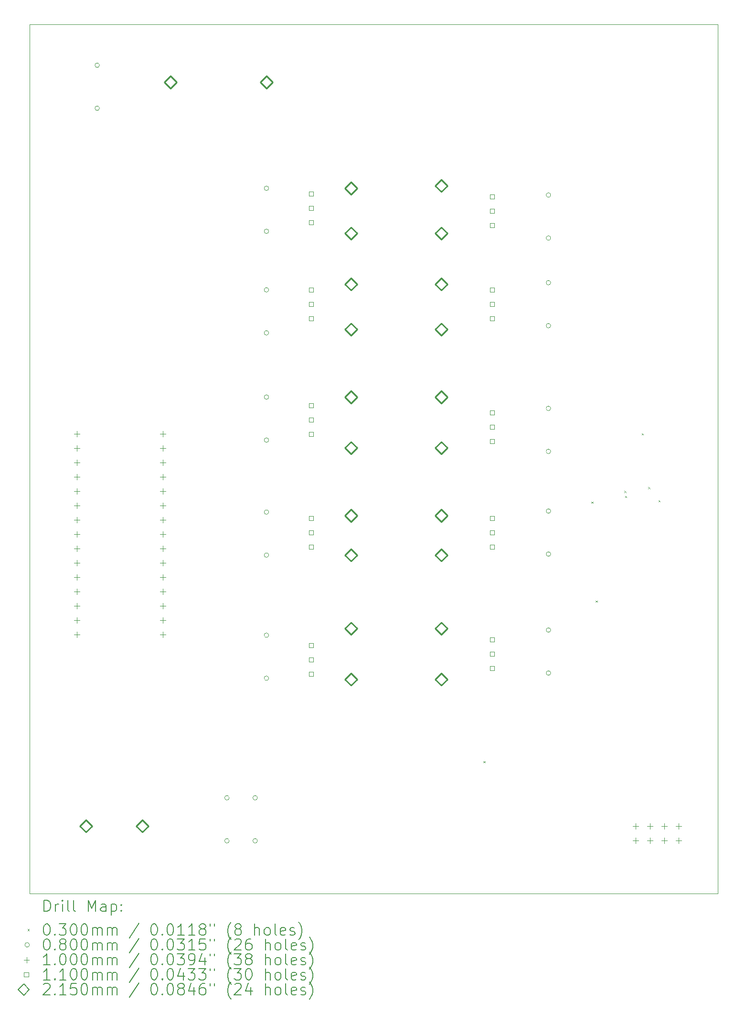
<source format=gbr>
%TF.GenerationSoftware,KiCad,Pcbnew,9.0.1*%
%TF.CreationDate,2025-05-09T02:34:20+02:00*%
%TF.ProjectId,receiver_battery,72656365-6976-4657-925f-626174746572,rev?*%
%TF.SameCoordinates,Original*%
%TF.FileFunction,Drillmap*%
%TF.FilePolarity,Positive*%
%FSLAX45Y45*%
G04 Gerber Fmt 4.5, Leading zero omitted, Abs format (unit mm)*
G04 Created by KiCad (PCBNEW 9.0.1) date 2025-05-09 02:34:20*
%MOMM*%
%LPD*%
G01*
G04 APERTURE LIST*
%ADD10C,0.050000*%
%ADD11C,0.200000*%
%ADD12C,0.100000*%
%ADD13C,0.110000*%
%ADD14C,0.215000*%
G04 APERTURE END LIST*
D10*
X2000000Y-4100000D02*
X14200000Y-4100000D01*
X14200000Y-19500000D01*
X2000000Y-19500000D01*
X2000000Y-4100000D01*
D11*
D12*
X10048850Y-17148420D02*
X10078850Y-17178420D01*
X10078850Y-17148420D02*
X10048850Y-17178420D01*
X11959680Y-12553730D02*
X11989680Y-12583730D01*
X11989680Y-12553730D02*
X11959680Y-12583730D01*
X12039190Y-14305550D02*
X12069190Y-14335550D01*
X12069190Y-14305550D02*
X12039190Y-14335550D01*
X12546490Y-12363450D02*
X12576490Y-12393450D01*
X12576490Y-12363450D02*
X12546490Y-12393450D01*
X12558240Y-12449790D02*
X12588240Y-12479790D01*
X12588240Y-12449790D02*
X12558240Y-12479790D01*
X12853830Y-11340150D02*
X12883830Y-11370150D01*
X12883830Y-11340150D02*
X12853830Y-11370150D01*
X12970410Y-12294120D02*
X13000410Y-12324120D01*
X13000410Y-12294120D02*
X12970410Y-12324120D01*
X13151880Y-12526310D02*
X13181880Y-12556310D01*
X13181880Y-12526310D02*
X13151880Y-12556310D01*
X3240000Y-4819000D02*
G75*
G02*
X3160000Y-4819000I-40000J0D01*
G01*
X3160000Y-4819000D02*
G75*
G02*
X3240000Y-4819000I40000J0D01*
G01*
X3240000Y-5581000D02*
G75*
G02*
X3160000Y-5581000I-40000J0D01*
G01*
X3160000Y-5581000D02*
G75*
G02*
X3240000Y-5581000I40000J0D01*
G01*
X5540000Y-17800000D02*
G75*
G02*
X5460000Y-17800000I-40000J0D01*
G01*
X5460000Y-17800000D02*
G75*
G02*
X5540000Y-17800000I40000J0D01*
G01*
X5540000Y-18562000D02*
G75*
G02*
X5460000Y-18562000I-40000J0D01*
G01*
X5460000Y-18562000D02*
G75*
G02*
X5540000Y-18562000I40000J0D01*
G01*
X6040000Y-17800000D02*
G75*
G02*
X5960000Y-17800000I-40000J0D01*
G01*
X5960000Y-17800000D02*
G75*
G02*
X6040000Y-17800000I40000J0D01*
G01*
X6040000Y-18562000D02*
G75*
G02*
X5960000Y-18562000I-40000J0D01*
G01*
X5960000Y-18562000D02*
G75*
G02*
X6040000Y-18562000I40000J0D01*
G01*
X6240000Y-7000000D02*
G75*
G02*
X6160000Y-7000000I-40000J0D01*
G01*
X6160000Y-7000000D02*
G75*
G02*
X6240000Y-7000000I40000J0D01*
G01*
X6240000Y-7762000D02*
G75*
G02*
X6160000Y-7762000I-40000J0D01*
G01*
X6160000Y-7762000D02*
G75*
G02*
X6240000Y-7762000I40000J0D01*
G01*
X6240000Y-8800000D02*
G75*
G02*
X6160000Y-8800000I-40000J0D01*
G01*
X6160000Y-8800000D02*
G75*
G02*
X6240000Y-8800000I40000J0D01*
G01*
X6240000Y-9562000D02*
G75*
G02*
X6160000Y-9562000I-40000J0D01*
G01*
X6160000Y-9562000D02*
G75*
G02*
X6240000Y-9562000I40000J0D01*
G01*
X6240000Y-10700000D02*
G75*
G02*
X6160000Y-10700000I-40000J0D01*
G01*
X6160000Y-10700000D02*
G75*
G02*
X6240000Y-10700000I40000J0D01*
G01*
X6240000Y-11462000D02*
G75*
G02*
X6160000Y-11462000I-40000J0D01*
G01*
X6160000Y-11462000D02*
G75*
G02*
X6240000Y-11462000I40000J0D01*
G01*
X6240000Y-12738000D02*
G75*
G02*
X6160000Y-12738000I-40000J0D01*
G01*
X6160000Y-12738000D02*
G75*
G02*
X6240000Y-12738000I40000J0D01*
G01*
X6240000Y-13500000D02*
G75*
G02*
X6160000Y-13500000I-40000J0D01*
G01*
X6160000Y-13500000D02*
G75*
G02*
X6240000Y-13500000I40000J0D01*
G01*
X6240000Y-14919000D02*
G75*
G02*
X6160000Y-14919000I-40000J0D01*
G01*
X6160000Y-14919000D02*
G75*
G02*
X6240000Y-14919000I40000J0D01*
G01*
X6240000Y-15681000D02*
G75*
G02*
X6160000Y-15681000I-40000J0D01*
G01*
X6160000Y-15681000D02*
G75*
G02*
X6240000Y-15681000I40000J0D01*
G01*
X11240000Y-7119000D02*
G75*
G02*
X11160000Y-7119000I-40000J0D01*
G01*
X11160000Y-7119000D02*
G75*
G02*
X11240000Y-7119000I40000J0D01*
G01*
X11240000Y-7881000D02*
G75*
G02*
X11160000Y-7881000I-40000J0D01*
G01*
X11160000Y-7881000D02*
G75*
G02*
X11240000Y-7881000I40000J0D01*
G01*
X11240000Y-8673000D02*
G75*
G02*
X11160000Y-8673000I-40000J0D01*
G01*
X11160000Y-8673000D02*
G75*
G02*
X11240000Y-8673000I40000J0D01*
G01*
X11240000Y-9435000D02*
G75*
G02*
X11160000Y-9435000I-40000J0D01*
G01*
X11160000Y-9435000D02*
G75*
G02*
X11240000Y-9435000I40000J0D01*
G01*
X11240000Y-10900000D02*
G75*
G02*
X11160000Y-10900000I-40000J0D01*
G01*
X11160000Y-10900000D02*
G75*
G02*
X11240000Y-10900000I40000J0D01*
G01*
X11240000Y-11662000D02*
G75*
G02*
X11160000Y-11662000I-40000J0D01*
G01*
X11160000Y-11662000D02*
G75*
G02*
X11240000Y-11662000I40000J0D01*
G01*
X11240000Y-12719000D02*
G75*
G02*
X11160000Y-12719000I-40000J0D01*
G01*
X11160000Y-12719000D02*
G75*
G02*
X11240000Y-12719000I40000J0D01*
G01*
X11240000Y-13481000D02*
G75*
G02*
X11160000Y-13481000I-40000J0D01*
G01*
X11160000Y-13481000D02*
G75*
G02*
X11240000Y-13481000I40000J0D01*
G01*
X11240000Y-14827000D02*
G75*
G02*
X11160000Y-14827000I-40000J0D01*
G01*
X11160000Y-14827000D02*
G75*
G02*
X11240000Y-14827000I40000J0D01*
G01*
X11240000Y-15589000D02*
G75*
G02*
X11160000Y-15589000I-40000J0D01*
G01*
X11160000Y-15589000D02*
G75*
G02*
X11240000Y-15589000I40000J0D01*
G01*
X2837000Y-11302000D02*
X2837000Y-11402000D01*
X2787000Y-11352000D02*
X2887000Y-11352000D01*
X2837000Y-11556000D02*
X2837000Y-11656000D01*
X2787000Y-11606000D02*
X2887000Y-11606000D01*
X2837000Y-11810000D02*
X2837000Y-11910000D01*
X2787000Y-11860000D02*
X2887000Y-11860000D01*
X2837000Y-12064000D02*
X2837000Y-12164000D01*
X2787000Y-12114000D02*
X2887000Y-12114000D01*
X2837000Y-12318000D02*
X2837000Y-12418000D01*
X2787000Y-12368000D02*
X2887000Y-12368000D01*
X2837000Y-12572000D02*
X2837000Y-12672000D01*
X2787000Y-12622000D02*
X2887000Y-12622000D01*
X2837000Y-12826000D02*
X2837000Y-12926000D01*
X2787000Y-12876000D02*
X2887000Y-12876000D01*
X2837000Y-13080000D02*
X2837000Y-13180000D01*
X2787000Y-13130000D02*
X2887000Y-13130000D01*
X2837000Y-13334000D02*
X2837000Y-13434000D01*
X2787000Y-13384000D02*
X2887000Y-13384000D01*
X2837000Y-13588000D02*
X2837000Y-13688000D01*
X2787000Y-13638000D02*
X2887000Y-13638000D01*
X2837000Y-13842000D02*
X2837000Y-13942000D01*
X2787000Y-13892000D02*
X2887000Y-13892000D01*
X2837000Y-14096000D02*
X2837000Y-14196000D01*
X2787000Y-14146000D02*
X2887000Y-14146000D01*
X2837000Y-14350000D02*
X2837000Y-14450000D01*
X2787000Y-14400000D02*
X2887000Y-14400000D01*
X2837000Y-14604000D02*
X2837000Y-14704000D01*
X2787000Y-14654000D02*
X2887000Y-14654000D01*
X2837000Y-14858000D02*
X2837000Y-14958000D01*
X2787000Y-14908000D02*
X2887000Y-14908000D01*
X4361000Y-11302000D02*
X4361000Y-11402000D01*
X4311000Y-11352000D02*
X4411000Y-11352000D01*
X4361000Y-11556000D02*
X4361000Y-11656000D01*
X4311000Y-11606000D02*
X4411000Y-11606000D01*
X4361000Y-11810000D02*
X4361000Y-11910000D01*
X4311000Y-11860000D02*
X4411000Y-11860000D01*
X4361000Y-12064000D02*
X4361000Y-12164000D01*
X4311000Y-12114000D02*
X4411000Y-12114000D01*
X4361000Y-12318000D02*
X4361000Y-12418000D01*
X4311000Y-12368000D02*
X4411000Y-12368000D01*
X4361000Y-12572000D02*
X4361000Y-12672000D01*
X4311000Y-12622000D02*
X4411000Y-12622000D01*
X4361000Y-12826000D02*
X4361000Y-12926000D01*
X4311000Y-12876000D02*
X4411000Y-12876000D01*
X4361000Y-13080000D02*
X4361000Y-13180000D01*
X4311000Y-13130000D02*
X4411000Y-13130000D01*
X4361000Y-13334000D02*
X4361000Y-13434000D01*
X4311000Y-13384000D02*
X4411000Y-13384000D01*
X4361000Y-13588000D02*
X4361000Y-13688000D01*
X4311000Y-13638000D02*
X4411000Y-13638000D01*
X4361000Y-13842000D02*
X4361000Y-13942000D01*
X4311000Y-13892000D02*
X4411000Y-13892000D01*
X4361000Y-14096000D02*
X4361000Y-14196000D01*
X4311000Y-14146000D02*
X4411000Y-14146000D01*
X4361000Y-14350000D02*
X4361000Y-14450000D01*
X4311000Y-14400000D02*
X4411000Y-14400000D01*
X4361000Y-14604000D02*
X4361000Y-14704000D01*
X4311000Y-14654000D02*
X4411000Y-14654000D01*
X4361000Y-14858000D02*
X4361000Y-14958000D01*
X4311000Y-14908000D02*
X4411000Y-14908000D01*
X12746000Y-18250000D02*
X12746000Y-18350000D01*
X12696000Y-18300000D02*
X12796000Y-18300000D01*
X12746000Y-18504000D02*
X12746000Y-18604000D01*
X12696000Y-18554000D02*
X12796000Y-18554000D01*
X13000000Y-18250000D02*
X13000000Y-18350000D01*
X12950000Y-18300000D02*
X13050000Y-18300000D01*
X13000000Y-18504000D02*
X13000000Y-18604000D01*
X12950000Y-18554000D02*
X13050000Y-18554000D01*
X13254000Y-18250000D02*
X13254000Y-18350000D01*
X13204000Y-18300000D02*
X13304000Y-18300000D01*
X13254000Y-18504000D02*
X13254000Y-18604000D01*
X13204000Y-18554000D02*
X13304000Y-18554000D01*
X13508000Y-18250000D02*
X13508000Y-18350000D01*
X13458000Y-18300000D02*
X13558000Y-18300000D01*
X13508000Y-18504000D02*
X13508000Y-18604000D01*
X13458000Y-18554000D02*
X13558000Y-18554000D01*
D13*
X7033391Y-7138891D02*
X7033391Y-7061109D01*
X6955609Y-7061109D01*
X6955609Y-7138891D01*
X7033391Y-7138891D01*
X7033391Y-7392891D02*
X7033391Y-7315109D01*
X6955609Y-7315109D01*
X6955609Y-7392891D01*
X7033391Y-7392891D01*
X7033391Y-7646891D02*
X7033391Y-7569109D01*
X6955609Y-7569109D01*
X6955609Y-7646891D01*
X7033391Y-7646891D01*
X7033391Y-8838891D02*
X7033391Y-8761109D01*
X6955609Y-8761109D01*
X6955609Y-8838891D01*
X7033391Y-8838891D01*
X7033391Y-9092891D02*
X7033391Y-9015109D01*
X6955609Y-9015109D01*
X6955609Y-9092891D01*
X7033391Y-9092891D01*
X7033391Y-9346891D02*
X7033391Y-9269109D01*
X6955609Y-9269109D01*
X6955609Y-9346891D01*
X7033391Y-9346891D01*
X7033391Y-10884891D02*
X7033391Y-10807109D01*
X6955609Y-10807109D01*
X6955609Y-10884891D01*
X7033391Y-10884891D01*
X7033391Y-11138891D02*
X7033391Y-11061109D01*
X6955609Y-11061109D01*
X6955609Y-11138891D01*
X7033391Y-11138891D01*
X7033391Y-11392891D02*
X7033391Y-11315109D01*
X6955609Y-11315109D01*
X6955609Y-11392891D01*
X7033391Y-11392891D01*
X7033391Y-12884891D02*
X7033391Y-12807109D01*
X6955609Y-12807109D01*
X6955609Y-12884891D01*
X7033391Y-12884891D01*
X7033391Y-13138891D02*
X7033391Y-13061109D01*
X6955609Y-13061109D01*
X6955609Y-13138891D01*
X7033391Y-13138891D01*
X7033391Y-13392891D02*
X7033391Y-13315109D01*
X6955609Y-13315109D01*
X6955609Y-13392891D01*
X7033391Y-13392891D01*
X7033391Y-15138891D02*
X7033391Y-15061109D01*
X6955609Y-15061109D01*
X6955609Y-15138891D01*
X7033391Y-15138891D01*
X7033391Y-15392891D02*
X7033391Y-15315109D01*
X6955609Y-15315109D01*
X6955609Y-15392891D01*
X7033391Y-15392891D01*
X7033391Y-15646891D02*
X7033391Y-15569109D01*
X6955609Y-15569109D01*
X6955609Y-15646891D01*
X7033391Y-15646891D01*
X10238891Y-7184891D02*
X10238891Y-7107109D01*
X10161109Y-7107109D01*
X10161109Y-7184891D01*
X10238891Y-7184891D01*
X10238891Y-7438891D02*
X10238891Y-7361109D01*
X10161109Y-7361109D01*
X10161109Y-7438891D01*
X10238891Y-7438891D01*
X10238891Y-7692891D02*
X10238891Y-7615109D01*
X10161109Y-7615109D01*
X10161109Y-7692891D01*
X10238891Y-7692891D01*
X10238891Y-8838891D02*
X10238891Y-8761109D01*
X10161109Y-8761109D01*
X10161109Y-8838891D01*
X10238891Y-8838891D01*
X10238891Y-9092891D02*
X10238891Y-9015109D01*
X10161109Y-9015109D01*
X10161109Y-9092891D01*
X10238891Y-9092891D01*
X10238891Y-9346891D02*
X10238891Y-9269109D01*
X10161109Y-9269109D01*
X10161109Y-9346891D01*
X10238891Y-9346891D01*
X10238891Y-11011891D02*
X10238891Y-10934109D01*
X10161109Y-10934109D01*
X10161109Y-11011891D01*
X10238891Y-11011891D01*
X10238891Y-11265891D02*
X10238891Y-11188109D01*
X10161109Y-11188109D01*
X10161109Y-11265891D01*
X10238891Y-11265891D01*
X10238891Y-11519891D02*
X10238891Y-11442109D01*
X10161109Y-11442109D01*
X10161109Y-11519891D01*
X10238891Y-11519891D01*
X10238891Y-12884891D02*
X10238891Y-12807109D01*
X10161109Y-12807109D01*
X10161109Y-12884891D01*
X10238891Y-12884891D01*
X10238891Y-13138891D02*
X10238891Y-13061109D01*
X10161109Y-13061109D01*
X10161109Y-13138891D01*
X10238891Y-13138891D01*
X10238891Y-13392891D02*
X10238891Y-13315109D01*
X10161109Y-13315109D01*
X10161109Y-13392891D01*
X10238891Y-13392891D01*
X10238891Y-15038891D02*
X10238891Y-14961109D01*
X10161109Y-14961109D01*
X10161109Y-15038891D01*
X10238891Y-15038891D01*
X10238891Y-15292891D02*
X10238891Y-15215109D01*
X10161109Y-15215109D01*
X10161109Y-15292891D01*
X10238891Y-15292891D01*
X10238891Y-15546891D02*
X10238891Y-15469109D01*
X10161109Y-15469109D01*
X10161109Y-15546891D01*
X10238891Y-15546891D01*
D14*
X3000000Y-18407500D02*
X3107500Y-18300000D01*
X3000000Y-18192500D01*
X2892500Y-18300000D01*
X3000000Y-18407500D01*
X4000000Y-18407500D02*
X4107500Y-18300000D01*
X4000000Y-18192500D01*
X3892500Y-18300000D01*
X4000000Y-18407500D01*
X4500000Y-5226500D02*
X4607500Y-5119000D01*
X4500000Y-5011500D01*
X4392500Y-5119000D01*
X4500000Y-5226500D01*
X6200000Y-5226500D02*
X6307500Y-5119000D01*
X6200000Y-5011500D01*
X6092500Y-5119000D01*
X6200000Y-5226500D01*
X7700000Y-7107500D02*
X7807500Y-7000000D01*
X7700000Y-6892500D01*
X7592500Y-7000000D01*
X7700000Y-7107500D01*
X7700000Y-7907500D02*
X7807500Y-7800000D01*
X7700000Y-7692500D01*
X7592500Y-7800000D01*
X7700000Y-7907500D01*
X7700000Y-8807500D02*
X7807500Y-8700000D01*
X7700000Y-8592500D01*
X7592500Y-8700000D01*
X7700000Y-8807500D01*
X7700000Y-9607500D02*
X7807500Y-9500000D01*
X7700000Y-9392500D01*
X7592500Y-9500000D01*
X7700000Y-9607500D01*
X7700000Y-10807500D02*
X7807500Y-10700000D01*
X7700000Y-10592500D01*
X7592500Y-10700000D01*
X7700000Y-10807500D01*
X7700000Y-11707500D02*
X7807500Y-11600000D01*
X7700000Y-11492500D01*
X7592500Y-11600000D01*
X7700000Y-11707500D01*
X7700000Y-12907500D02*
X7807500Y-12800000D01*
X7700000Y-12692500D01*
X7592500Y-12800000D01*
X7700000Y-12907500D01*
X7700000Y-13607500D02*
X7807500Y-13500000D01*
X7700000Y-13392500D01*
X7592500Y-13500000D01*
X7700000Y-13607500D01*
X7700000Y-14907500D02*
X7807500Y-14800000D01*
X7700000Y-14692500D01*
X7592500Y-14800000D01*
X7700000Y-14907500D01*
X7700000Y-15807500D02*
X7807500Y-15700000D01*
X7700000Y-15592500D01*
X7592500Y-15700000D01*
X7700000Y-15807500D01*
X9300000Y-7061500D02*
X9407500Y-6954000D01*
X9300000Y-6846500D01*
X9192500Y-6954000D01*
X9300000Y-7061500D01*
X9300000Y-7907500D02*
X9407500Y-7800000D01*
X9300000Y-7692500D01*
X9192500Y-7800000D01*
X9300000Y-7907500D01*
X9300000Y-8807500D02*
X9407500Y-8700000D01*
X9300000Y-8592500D01*
X9192500Y-8700000D01*
X9300000Y-8807500D01*
X9300000Y-9607500D02*
X9407500Y-9500000D01*
X9300000Y-9392500D01*
X9192500Y-9500000D01*
X9300000Y-9607500D01*
X9300000Y-10807500D02*
X9407500Y-10700000D01*
X9300000Y-10592500D01*
X9192500Y-10700000D01*
X9300000Y-10807500D01*
X9300000Y-11707500D02*
X9407500Y-11600000D01*
X9300000Y-11492500D01*
X9192500Y-11600000D01*
X9300000Y-11707500D01*
X9300000Y-12907500D02*
X9407500Y-12800000D01*
X9300000Y-12692500D01*
X9192500Y-12800000D01*
X9300000Y-12907500D01*
X9300000Y-13607500D02*
X9407500Y-13500000D01*
X9300000Y-13392500D01*
X9192500Y-13500000D01*
X9300000Y-13607500D01*
X9300000Y-14907500D02*
X9407500Y-14800000D01*
X9300000Y-14692500D01*
X9192500Y-14800000D01*
X9300000Y-14907500D01*
X9300000Y-15807500D02*
X9407500Y-15700000D01*
X9300000Y-15592500D01*
X9192500Y-15700000D01*
X9300000Y-15807500D01*
D11*
X2258277Y-19813984D02*
X2258277Y-19613984D01*
X2258277Y-19613984D02*
X2305896Y-19613984D01*
X2305896Y-19613984D02*
X2334467Y-19623508D01*
X2334467Y-19623508D02*
X2353515Y-19642555D01*
X2353515Y-19642555D02*
X2363039Y-19661603D01*
X2363039Y-19661603D02*
X2372563Y-19699698D01*
X2372563Y-19699698D02*
X2372563Y-19728270D01*
X2372563Y-19728270D02*
X2363039Y-19766365D01*
X2363039Y-19766365D02*
X2353515Y-19785412D01*
X2353515Y-19785412D02*
X2334467Y-19804460D01*
X2334467Y-19804460D02*
X2305896Y-19813984D01*
X2305896Y-19813984D02*
X2258277Y-19813984D01*
X2458277Y-19813984D02*
X2458277Y-19680650D01*
X2458277Y-19718746D02*
X2467801Y-19699698D01*
X2467801Y-19699698D02*
X2477324Y-19690174D01*
X2477324Y-19690174D02*
X2496372Y-19680650D01*
X2496372Y-19680650D02*
X2515420Y-19680650D01*
X2582086Y-19813984D02*
X2582086Y-19680650D01*
X2582086Y-19613984D02*
X2572563Y-19623508D01*
X2572563Y-19623508D02*
X2582086Y-19633031D01*
X2582086Y-19633031D02*
X2591610Y-19623508D01*
X2591610Y-19623508D02*
X2582086Y-19613984D01*
X2582086Y-19613984D02*
X2582086Y-19633031D01*
X2705896Y-19813984D02*
X2686848Y-19804460D01*
X2686848Y-19804460D02*
X2677324Y-19785412D01*
X2677324Y-19785412D02*
X2677324Y-19613984D01*
X2810658Y-19813984D02*
X2791610Y-19804460D01*
X2791610Y-19804460D02*
X2782086Y-19785412D01*
X2782086Y-19785412D02*
X2782086Y-19613984D01*
X3039229Y-19813984D02*
X3039229Y-19613984D01*
X3039229Y-19613984D02*
X3105896Y-19756841D01*
X3105896Y-19756841D02*
X3172562Y-19613984D01*
X3172562Y-19613984D02*
X3172562Y-19813984D01*
X3353515Y-19813984D02*
X3353515Y-19709222D01*
X3353515Y-19709222D02*
X3343991Y-19690174D01*
X3343991Y-19690174D02*
X3324943Y-19680650D01*
X3324943Y-19680650D02*
X3286848Y-19680650D01*
X3286848Y-19680650D02*
X3267801Y-19690174D01*
X3353515Y-19804460D02*
X3334467Y-19813984D01*
X3334467Y-19813984D02*
X3286848Y-19813984D01*
X3286848Y-19813984D02*
X3267801Y-19804460D01*
X3267801Y-19804460D02*
X3258277Y-19785412D01*
X3258277Y-19785412D02*
X3258277Y-19766365D01*
X3258277Y-19766365D02*
X3267801Y-19747317D01*
X3267801Y-19747317D02*
X3286848Y-19737793D01*
X3286848Y-19737793D02*
X3334467Y-19737793D01*
X3334467Y-19737793D02*
X3353515Y-19728270D01*
X3448753Y-19680650D02*
X3448753Y-19880650D01*
X3448753Y-19690174D02*
X3467801Y-19680650D01*
X3467801Y-19680650D02*
X3505896Y-19680650D01*
X3505896Y-19680650D02*
X3524943Y-19690174D01*
X3524943Y-19690174D02*
X3534467Y-19699698D01*
X3534467Y-19699698D02*
X3543991Y-19718746D01*
X3543991Y-19718746D02*
X3543991Y-19775889D01*
X3543991Y-19775889D02*
X3534467Y-19794936D01*
X3534467Y-19794936D02*
X3524943Y-19804460D01*
X3524943Y-19804460D02*
X3505896Y-19813984D01*
X3505896Y-19813984D02*
X3467801Y-19813984D01*
X3467801Y-19813984D02*
X3448753Y-19804460D01*
X3629705Y-19794936D02*
X3639229Y-19804460D01*
X3639229Y-19804460D02*
X3629705Y-19813984D01*
X3629705Y-19813984D02*
X3620182Y-19804460D01*
X3620182Y-19804460D02*
X3629705Y-19794936D01*
X3629705Y-19794936D02*
X3629705Y-19813984D01*
X3629705Y-19690174D02*
X3639229Y-19699698D01*
X3639229Y-19699698D02*
X3629705Y-19709222D01*
X3629705Y-19709222D02*
X3620182Y-19699698D01*
X3620182Y-19699698D02*
X3629705Y-19690174D01*
X3629705Y-19690174D02*
X3629705Y-19709222D01*
D12*
X1967500Y-20127500D02*
X1997500Y-20157500D01*
X1997500Y-20127500D02*
X1967500Y-20157500D01*
D11*
X2296372Y-20033984D02*
X2315420Y-20033984D01*
X2315420Y-20033984D02*
X2334467Y-20043508D01*
X2334467Y-20043508D02*
X2343991Y-20053031D01*
X2343991Y-20053031D02*
X2353515Y-20072079D01*
X2353515Y-20072079D02*
X2363039Y-20110174D01*
X2363039Y-20110174D02*
X2363039Y-20157793D01*
X2363039Y-20157793D02*
X2353515Y-20195889D01*
X2353515Y-20195889D02*
X2343991Y-20214936D01*
X2343991Y-20214936D02*
X2334467Y-20224460D01*
X2334467Y-20224460D02*
X2315420Y-20233984D01*
X2315420Y-20233984D02*
X2296372Y-20233984D01*
X2296372Y-20233984D02*
X2277324Y-20224460D01*
X2277324Y-20224460D02*
X2267801Y-20214936D01*
X2267801Y-20214936D02*
X2258277Y-20195889D01*
X2258277Y-20195889D02*
X2248753Y-20157793D01*
X2248753Y-20157793D02*
X2248753Y-20110174D01*
X2248753Y-20110174D02*
X2258277Y-20072079D01*
X2258277Y-20072079D02*
X2267801Y-20053031D01*
X2267801Y-20053031D02*
X2277324Y-20043508D01*
X2277324Y-20043508D02*
X2296372Y-20033984D01*
X2448753Y-20214936D02*
X2458277Y-20224460D01*
X2458277Y-20224460D02*
X2448753Y-20233984D01*
X2448753Y-20233984D02*
X2439229Y-20224460D01*
X2439229Y-20224460D02*
X2448753Y-20214936D01*
X2448753Y-20214936D02*
X2448753Y-20233984D01*
X2524944Y-20033984D02*
X2648753Y-20033984D01*
X2648753Y-20033984D02*
X2582086Y-20110174D01*
X2582086Y-20110174D02*
X2610658Y-20110174D01*
X2610658Y-20110174D02*
X2629705Y-20119698D01*
X2629705Y-20119698D02*
X2639229Y-20129222D01*
X2639229Y-20129222D02*
X2648753Y-20148270D01*
X2648753Y-20148270D02*
X2648753Y-20195889D01*
X2648753Y-20195889D02*
X2639229Y-20214936D01*
X2639229Y-20214936D02*
X2629705Y-20224460D01*
X2629705Y-20224460D02*
X2610658Y-20233984D01*
X2610658Y-20233984D02*
X2553515Y-20233984D01*
X2553515Y-20233984D02*
X2534467Y-20224460D01*
X2534467Y-20224460D02*
X2524944Y-20214936D01*
X2772563Y-20033984D02*
X2791610Y-20033984D01*
X2791610Y-20033984D02*
X2810658Y-20043508D01*
X2810658Y-20043508D02*
X2820182Y-20053031D01*
X2820182Y-20053031D02*
X2829705Y-20072079D01*
X2829705Y-20072079D02*
X2839229Y-20110174D01*
X2839229Y-20110174D02*
X2839229Y-20157793D01*
X2839229Y-20157793D02*
X2829705Y-20195889D01*
X2829705Y-20195889D02*
X2820182Y-20214936D01*
X2820182Y-20214936D02*
X2810658Y-20224460D01*
X2810658Y-20224460D02*
X2791610Y-20233984D01*
X2791610Y-20233984D02*
X2772563Y-20233984D01*
X2772563Y-20233984D02*
X2753515Y-20224460D01*
X2753515Y-20224460D02*
X2743991Y-20214936D01*
X2743991Y-20214936D02*
X2734467Y-20195889D01*
X2734467Y-20195889D02*
X2724944Y-20157793D01*
X2724944Y-20157793D02*
X2724944Y-20110174D01*
X2724944Y-20110174D02*
X2734467Y-20072079D01*
X2734467Y-20072079D02*
X2743991Y-20053031D01*
X2743991Y-20053031D02*
X2753515Y-20043508D01*
X2753515Y-20043508D02*
X2772563Y-20033984D01*
X2963039Y-20033984D02*
X2982086Y-20033984D01*
X2982086Y-20033984D02*
X3001134Y-20043508D01*
X3001134Y-20043508D02*
X3010658Y-20053031D01*
X3010658Y-20053031D02*
X3020182Y-20072079D01*
X3020182Y-20072079D02*
X3029705Y-20110174D01*
X3029705Y-20110174D02*
X3029705Y-20157793D01*
X3029705Y-20157793D02*
X3020182Y-20195889D01*
X3020182Y-20195889D02*
X3010658Y-20214936D01*
X3010658Y-20214936D02*
X3001134Y-20224460D01*
X3001134Y-20224460D02*
X2982086Y-20233984D01*
X2982086Y-20233984D02*
X2963039Y-20233984D01*
X2963039Y-20233984D02*
X2943991Y-20224460D01*
X2943991Y-20224460D02*
X2934467Y-20214936D01*
X2934467Y-20214936D02*
X2924943Y-20195889D01*
X2924943Y-20195889D02*
X2915420Y-20157793D01*
X2915420Y-20157793D02*
X2915420Y-20110174D01*
X2915420Y-20110174D02*
X2924943Y-20072079D01*
X2924943Y-20072079D02*
X2934467Y-20053031D01*
X2934467Y-20053031D02*
X2943991Y-20043508D01*
X2943991Y-20043508D02*
X2963039Y-20033984D01*
X3115420Y-20233984D02*
X3115420Y-20100650D01*
X3115420Y-20119698D02*
X3124943Y-20110174D01*
X3124943Y-20110174D02*
X3143991Y-20100650D01*
X3143991Y-20100650D02*
X3172563Y-20100650D01*
X3172563Y-20100650D02*
X3191610Y-20110174D01*
X3191610Y-20110174D02*
X3201134Y-20129222D01*
X3201134Y-20129222D02*
X3201134Y-20233984D01*
X3201134Y-20129222D02*
X3210658Y-20110174D01*
X3210658Y-20110174D02*
X3229705Y-20100650D01*
X3229705Y-20100650D02*
X3258277Y-20100650D01*
X3258277Y-20100650D02*
X3277324Y-20110174D01*
X3277324Y-20110174D02*
X3286848Y-20129222D01*
X3286848Y-20129222D02*
X3286848Y-20233984D01*
X3382086Y-20233984D02*
X3382086Y-20100650D01*
X3382086Y-20119698D02*
X3391610Y-20110174D01*
X3391610Y-20110174D02*
X3410658Y-20100650D01*
X3410658Y-20100650D02*
X3439229Y-20100650D01*
X3439229Y-20100650D02*
X3458277Y-20110174D01*
X3458277Y-20110174D02*
X3467801Y-20129222D01*
X3467801Y-20129222D02*
X3467801Y-20233984D01*
X3467801Y-20129222D02*
X3477324Y-20110174D01*
X3477324Y-20110174D02*
X3496372Y-20100650D01*
X3496372Y-20100650D02*
X3524943Y-20100650D01*
X3524943Y-20100650D02*
X3543991Y-20110174D01*
X3543991Y-20110174D02*
X3553515Y-20129222D01*
X3553515Y-20129222D02*
X3553515Y-20233984D01*
X3943991Y-20024460D02*
X3772563Y-20281603D01*
X4201134Y-20033984D02*
X4220182Y-20033984D01*
X4220182Y-20033984D02*
X4239229Y-20043508D01*
X4239229Y-20043508D02*
X4248753Y-20053031D01*
X4248753Y-20053031D02*
X4258277Y-20072079D01*
X4258277Y-20072079D02*
X4267801Y-20110174D01*
X4267801Y-20110174D02*
X4267801Y-20157793D01*
X4267801Y-20157793D02*
X4258277Y-20195889D01*
X4258277Y-20195889D02*
X4248753Y-20214936D01*
X4248753Y-20214936D02*
X4239229Y-20224460D01*
X4239229Y-20224460D02*
X4220182Y-20233984D01*
X4220182Y-20233984D02*
X4201134Y-20233984D01*
X4201134Y-20233984D02*
X4182086Y-20224460D01*
X4182086Y-20224460D02*
X4172563Y-20214936D01*
X4172563Y-20214936D02*
X4163039Y-20195889D01*
X4163039Y-20195889D02*
X4153515Y-20157793D01*
X4153515Y-20157793D02*
X4153515Y-20110174D01*
X4153515Y-20110174D02*
X4163039Y-20072079D01*
X4163039Y-20072079D02*
X4172563Y-20053031D01*
X4172563Y-20053031D02*
X4182086Y-20043508D01*
X4182086Y-20043508D02*
X4201134Y-20033984D01*
X4353515Y-20214936D02*
X4363039Y-20224460D01*
X4363039Y-20224460D02*
X4353515Y-20233984D01*
X4353515Y-20233984D02*
X4343991Y-20224460D01*
X4343991Y-20224460D02*
X4353515Y-20214936D01*
X4353515Y-20214936D02*
X4353515Y-20233984D01*
X4486848Y-20033984D02*
X4505896Y-20033984D01*
X4505896Y-20033984D02*
X4524944Y-20043508D01*
X4524944Y-20043508D02*
X4534468Y-20053031D01*
X4534468Y-20053031D02*
X4543991Y-20072079D01*
X4543991Y-20072079D02*
X4553515Y-20110174D01*
X4553515Y-20110174D02*
X4553515Y-20157793D01*
X4553515Y-20157793D02*
X4543991Y-20195889D01*
X4543991Y-20195889D02*
X4534468Y-20214936D01*
X4534468Y-20214936D02*
X4524944Y-20224460D01*
X4524944Y-20224460D02*
X4505896Y-20233984D01*
X4505896Y-20233984D02*
X4486848Y-20233984D01*
X4486848Y-20233984D02*
X4467801Y-20224460D01*
X4467801Y-20224460D02*
X4458277Y-20214936D01*
X4458277Y-20214936D02*
X4448753Y-20195889D01*
X4448753Y-20195889D02*
X4439229Y-20157793D01*
X4439229Y-20157793D02*
X4439229Y-20110174D01*
X4439229Y-20110174D02*
X4448753Y-20072079D01*
X4448753Y-20072079D02*
X4458277Y-20053031D01*
X4458277Y-20053031D02*
X4467801Y-20043508D01*
X4467801Y-20043508D02*
X4486848Y-20033984D01*
X4743991Y-20233984D02*
X4629706Y-20233984D01*
X4686848Y-20233984D02*
X4686848Y-20033984D01*
X4686848Y-20033984D02*
X4667801Y-20062555D01*
X4667801Y-20062555D02*
X4648753Y-20081603D01*
X4648753Y-20081603D02*
X4629706Y-20091127D01*
X4934468Y-20233984D02*
X4820182Y-20233984D01*
X4877325Y-20233984D02*
X4877325Y-20033984D01*
X4877325Y-20033984D02*
X4858277Y-20062555D01*
X4858277Y-20062555D02*
X4839229Y-20081603D01*
X4839229Y-20081603D02*
X4820182Y-20091127D01*
X5048753Y-20119698D02*
X5029706Y-20110174D01*
X5029706Y-20110174D02*
X5020182Y-20100650D01*
X5020182Y-20100650D02*
X5010658Y-20081603D01*
X5010658Y-20081603D02*
X5010658Y-20072079D01*
X5010658Y-20072079D02*
X5020182Y-20053031D01*
X5020182Y-20053031D02*
X5029706Y-20043508D01*
X5029706Y-20043508D02*
X5048753Y-20033984D01*
X5048753Y-20033984D02*
X5086849Y-20033984D01*
X5086849Y-20033984D02*
X5105896Y-20043508D01*
X5105896Y-20043508D02*
X5115420Y-20053031D01*
X5115420Y-20053031D02*
X5124944Y-20072079D01*
X5124944Y-20072079D02*
X5124944Y-20081603D01*
X5124944Y-20081603D02*
X5115420Y-20100650D01*
X5115420Y-20100650D02*
X5105896Y-20110174D01*
X5105896Y-20110174D02*
X5086849Y-20119698D01*
X5086849Y-20119698D02*
X5048753Y-20119698D01*
X5048753Y-20119698D02*
X5029706Y-20129222D01*
X5029706Y-20129222D02*
X5020182Y-20138746D01*
X5020182Y-20138746D02*
X5010658Y-20157793D01*
X5010658Y-20157793D02*
X5010658Y-20195889D01*
X5010658Y-20195889D02*
X5020182Y-20214936D01*
X5020182Y-20214936D02*
X5029706Y-20224460D01*
X5029706Y-20224460D02*
X5048753Y-20233984D01*
X5048753Y-20233984D02*
X5086849Y-20233984D01*
X5086849Y-20233984D02*
X5105896Y-20224460D01*
X5105896Y-20224460D02*
X5115420Y-20214936D01*
X5115420Y-20214936D02*
X5124944Y-20195889D01*
X5124944Y-20195889D02*
X5124944Y-20157793D01*
X5124944Y-20157793D02*
X5115420Y-20138746D01*
X5115420Y-20138746D02*
X5105896Y-20129222D01*
X5105896Y-20129222D02*
X5086849Y-20119698D01*
X5201134Y-20033984D02*
X5201134Y-20072079D01*
X5277325Y-20033984D02*
X5277325Y-20072079D01*
X5572563Y-20310174D02*
X5563039Y-20300650D01*
X5563039Y-20300650D02*
X5543991Y-20272079D01*
X5543991Y-20272079D02*
X5534468Y-20253031D01*
X5534468Y-20253031D02*
X5524944Y-20224460D01*
X5524944Y-20224460D02*
X5515420Y-20176841D01*
X5515420Y-20176841D02*
X5515420Y-20138746D01*
X5515420Y-20138746D02*
X5524944Y-20091127D01*
X5524944Y-20091127D02*
X5534468Y-20062555D01*
X5534468Y-20062555D02*
X5543991Y-20043508D01*
X5543991Y-20043508D02*
X5563039Y-20014936D01*
X5563039Y-20014936D02*
X5572563Y-20005412D01*
X5677325Y-20119698D02*
X5658277Y-20110174D01*
X5658277Y-20110174D02*
X5648753Y-20100650D01*
X5648753Y-20100650D02*
X5639229Y-20081603D01*
X5639229Y-20081603D02*
X5639229Y-20072079D01*
X5639229Y-20072079D02*
X5648753Y-20053031D01*
X5648753Y-20053031D02*
X5658277Y-20043508D01*
X5658277Y-20043508D02*
X5677325Y-20033984D01*
X5677325Y-20033984D02*
X5715420Y-20033984D01*
X5715420Y-20033984D02*
X5734468Y-20043508D01*
X5734468Y-20043508D02*
X5743991Y-20053031D01*
X5743991Y-20053031D02*
X5753515Y-20072079D01*
X5753515Y-20072079D02*
X5753515Y-20081603D01*
X5753515Y-20081603D02*
X5743991Y-20100650D01*
X5743991Y-20100650D02*
X5734468Y-20110174D01*
X5734468Y-20110174D02*
X5715420Y-20119698D01*
X5715420Y-20119698D02*
X5677325Y-20119698D01*
X5677325Y-20119698D02*
X5658277Y-20129222D01*
X5658277Y-20129222D02*
X5648753Y-20138746D01*
X5648753Y-20138746D02*
X5639229Y-20157793D01*
X5639229Y-20157793D02*
X5639229Y-20195889D01*
X5639229Y-20195889D02*
X5648753Y-20214936D01*
X5648753Y-20214936D02*
X5658277Y-20224460D01*
X5658277Y-20224460D02*
X5677325Y-20233984D01*
X5677325Y-20233984D02*
X5715420Y-20233984D01*
X5715420Y-20233984D02*
X5734468Y-20224460D01*
X5734468Y-20224460D02*
X5743991Y-20214936D01*
X5743991Y-20214936D02*
X5753515Y-20195889D01*
X5753515Y-20195889D02*
X5753515Y-20157793D01*
X5753515Y-20157793D02*
X5743991Y-20138746D01*
X5743991Y-20138746D02*
X5734468Y-20129222D01*
X5734468Y-20129222D02*
X5715420Y-20119698D01*
X5991610Y-20233984D02*
X5991610Y-20033984D01*
X6077325Y-20233984D02*
X6077325Y-20129222D01*
X6077325Y-20129222D02*
X6067801Y-20110174D01*
X6067801Y-20110174D02*
X6048753Y-20100650D01*
X6048753Y-20100650D02*
X6020182Y-20100650D01*
X6020182Y-20100650D02*
X6001134Y-20110174D01*
X6001134Y-20110174D02*
X5991610Y-20119698D01*
X6201134Y-20233984D02*
X6182087Y-20224460D01*
X6182087Y-20224460D02*
X6172563Y-20214936D01*
X6172563Y-20214936D02*
X6163039Y-20195889D01*
X6163039Y-20195889D02*
X6163039Y-20138746D01*
X6163039Y-20138746D02*
X6172563Y-20119698D01*
X6172563Y-20119698D02*
X6182087Y-20110174D01*
X6182087Y-20110174D02*
X6201134Y-20100650D01*
X6201134Y-20100650D02*
X6229706Y-20100650D01*
X6229706Y-20100650D02*
X6248753Y-20110174D01*
X6248753Y-20110174D02*
X6258277Y-20119698D01*
X6258277Y-20119698D02*
X6267801Y-20138746D01*
X6267801Y-20138746D02*
X6267801Y-20195889D01*
X6267801Y-20195889D02*
X6258277Y-20214936D01*
X6258277Y-20214936D02*
X6248753Y-20224460D01*
X6248753Y-20224460D02*
X6229706Y-20233984D01*
X6229706Y-20233984D02*
X6201134Y-20233984D01*
X6382087Y-20233984D02*
X6363039Y-20224460D01*
X6363039Y-20224460D02*
X6353515Y-20205412D01*
X6353515Y-20205412D02*
X6353515Y-20033984D01*
X6534468Y-20224460D02*
X6515420Y-20233984D01*
X6515420Y-20233984D02*
X6477325Y-20233984D01*
X6477325Y-20233984D02*
X6458277Y-20224460D01*
X6458277Y-20224460D02*
X6448753Y-20205412D01*
X6448753Y-20205412D02*
X6448753Y-20129222D01*
X6448753Y-20129222D02*
X6458277Y-20110174D01*
X6458277Y-20110174D02*
X6477325Y-20100650D01*
X6477325Y-20100650D02*
X6515420Y-20100650D01*
X6515420Y-20100650D02*
X6534468Y-20110174D01*
X6534468Y-20110174D02*
X6543991Y-20129222D01*
X6543991Y-20129222D02*
X6543991Y-20148270D01*
X6543991Y-20148270D02*
X6448753Y-20167317D01*
X6620182Y-20224460D02*
X6639230Y-20233984D01*
X6639230Y-20233984D02*
X6677325Y-20233984D01*
X6677325Y-20233984D02*
X6696372Y-20224460D01*
X6696372Y-20224460D02*
X6705896Y-20205412D01*
X6705896Y-20205412D02*
X6705896Y-20195889D01*
X6705896Y-20195889D02*
X6696372Y-20176841D01*
X6696372Y-20176841D02*
X6677325Y-20167317D01*
X6677325Y-20167317D02*
X6648753Y-20167317D01*
X6648753Y-20167317D02*
X6629706Y-20157793D01*
X6629706Y-20157793D02*
X6620182Y-20138746D01*
X6620182Y-20138746D02*
X6620182Y-20129222D01*
X6620182Y-20129222D02*
X6629706Y-20110174D01*
X6629706Y-20110174D02*
X6648753Y-20100650D01*
X6648753Y-20100650D02*
X6677325Y-20100650D01*
X6677325Y-20100650D02*
X6696372Y-20110174D01*
X6772563Y-20310174D02*
X6782087Y-20300650D01*
X6782087Y-20300650D02*
X6801134Y-20272079D01*
X6801134Y-20272079D02*
X6810658Y-20253031D01*
X6810658Y-20253031D02*
X6820182Y-20224460D01*
X6820182Y-20224460D02*
X6829706Y-20176841D01*
X6829706Y-20176841D02*
X6829706Y-20138746D01*
X6829706Y-20138746D02*
X6820182Y-20091127D01*
X6820182Y-20091127D02*
X6810658Y-20062555D01*
X6810658Y-20062555D02*
X6801134Y-20043508D01*
X6801134Y-20043508D02*
X6782087Y-20014936D01*
X6782087Y-20014936D02*
X6772563Y-20005412D01*
D12*
X1997500Y-20406500D02*
G75*
G02*
X1917500Y-20406500I-40000J0D01*
G01*
X1917500Y-20406500D02*
G75*
G02*
X1997500Y-20406500I40000J0D01*
G01*
D11*
X2296372Y-20297984D02*
X2315420Y-20297984D01*
X2315420Y-20297984D02*
X2334467Y-20307508D01*
X2334467Y-20307508D02*
X2343991Y-20317031D01*
X2343991Y-20317031D02*
X2353515Y-20336079D01*
X2353515Y-20336079D02*
X2363039Y-20374174D01*
X2363039Y-20374174D02*
X2363039Y-20421793D01*
X2363039Y-20421793D02*
X2353515Y-20459889D01*
X2353515Y-20459889D02*
X2343991Y-20478936D01*
X2343991Y-20478936D02*
X2334467Y-20488460D01*
X2334467Y-20488460D02*
X2315420Y-20497984D01*
X2315420Y-20497984D02*
X2296372Y-20497984D01*
X2296372Y-20497984D02*
X2277324Y-20488460D01*
X2277324Y-20488460D02*
X2267801Y-20478936D01*
X2267801Y-20478936D02*
X2258277Y-20459889D01*
X2258277Y-20459889D02*
X2248753Y-20421793D01*
X2248753Y-20421793D02*
X2248753Y-20374174D01*
X2248753Y-20374174D02*
X2258277Y-20336079D01*
X2258277Y-20336079D02*
X2267801Y-20317031D01*
X2267801Y-20317031D02*
X2277324Y-20307508D01*
X2277324Y-20307508D02*
X2296372Y-20297984D01*
X2448753Y-20478936D02*
X2458277Y-20488460D01*
X2458277Y-20488460D02*
X2448753Y-20497984D01*
X2448753Y-20497984D02*
X2439229Y-20488460D01*
X2439229Y-20488460D02*
X2448753Y-20478936D01*
X2448753Y-20478936D02*
X2448753Y-20497984D01*
X2572563Y-20383698D02*
X2553515Y-20374174D01*
X2553515Y-20374174D02*
X2543991Y-20364650D01*
X2543991Y-20364650D02*
X2534467Y-20345603D01*
X2534467Y-20345603D02*
X2534467Y-20336079D01*
X2534467Y-20336079D02*
X2543991Y-20317031D01*
X2543991Y-20317031D02*
X2553515Y-20307508D01*
X2553515Y-20307508D02*
X2572563Y-20297984D01*
X2572563Y-20297984D02*
X2610658Y-20297984D01*
X2610658Y-20297984D02*
X2629705Y-20307508D01*
X2629705Y-20307508D02*
X2639229Y-20317031D01*
X2639229Y-20317031D02*
X2648753Y-20336079D01*
X2648753Y-20336079D02*
X2648753Y-20345603D01*
X2648753Y-20345603D02*
X2639229Y-20364650D01*
X2639229Y-20364650D02*
X2629705Y-20374174D01*
X2629705Y-20374174D02*
X2610658Y-20383698D01*
X2610658Y-20383698D02*
X2572563Y-20383698D01*
X2572563Y-20383698D02*
X2553515Y-20393222D01*
X2553515Y-20393222D02*
X2543991Y-20402746D01*
X2543991Y-20402746D02*
X2534467Y-20421793D01*
X2534467Y-20421793D02*
X2534467Y-20459889D01*
X2534467Y-20459889D02*
X2543991Y-20478936D01*
X2543991Y-20478936D02*
X2553515Y-20488460D01*
X2553515Y-20488460D02*
X2572563Y-20497984D01*
X2572563Y-20497984D02*
X2610658Y-20497984D01*
X2610658Y-20497984D02*
X2629705Y-20488460D01*
X2629705Y-20488460D02*
X2639229Y-20478936D01*
X2639229Y-20478936D02*
X2648753Y-20459889D01*
X2648753Y-20459889D02*
X2648753Y-20421793D01*
X2648753Y-20421793D02*
X2639229Y-20402746D01*
X2639229Y-20402746D02*
X2629705Y-20393222D01*
X2629705Y-20393222D02*
X2610658Y-20383698D01*
X2772563Y-20297984D02*
X2791610Y-20297984D01*
X2791610Y-20297984D02*
X2810658Y-20307508D01*
X2810658Y-20307508D02*
X2820182Y-20317031D01*
X2820182Y-20317031D02*
X2829705Y-20336079D01*
X2829705Y-20336079D02*
X2839229Y-20374174D01*
X2839229Y-20374174D02*
X2839229Y-20421793D01*
X2839229Y-20421793D02*
X2829705Y-20459889D01*
X2829705Y-20459889D02*
X2820182Y-20478936D01*
X2820182Y-20478936D02*
X2810658Y-20488460D01*
X2810658Y-20488460D02*
X2791610Y-20497984D01*
X2791610Y-20497984D02*
X2772563Y-20497984D01*
X2772563Y-20497984D02*
X2753515Y-20488460D01*
X2753515Y-20488460D02*
X2743991Y-20478936D01*
X2743991Y-20478936D02*
X2734467Y-20459889D01*
X2734467Y-20459889D02*
X2724944Y-20421793D01*
X2724944Y-20421793D02*
X2724944Y-20374174D01*
X2724944Y-20374174D02*
X2734467Y-20336079D01*
X2734467Y-20336079D02*
X2743991Y-20317031D01*
X2743991Y-20317031D02*
X2753515Y-20307508D01*
X2753515Y-20307508D02*
X2772563Y-20297984D01*
X2963039Y-20297984D02*
X2982086Y-20297984D01*
X2982086Y-20297984D02*
X3001134Y-20307508D01*
X3001134Y-20307508D02*
X3010658Y-20317031D01*
X3010658Y-20317031D02*
X3020182Y-20336079D01*
X3020182Y-20336079D02*
X3029705Y-20374174D01*
X3029705Y-20374174D02*
X3029705Y-20421793D01*
X3029705Y-20421793D02*
X3020182Y-20459889D01*
X3020182Y-20459889D02*
X3010658Y-20478936D01*
X3010658Y-20478936D02*
X3001134Y-20488460D01*
X3001134Y-20488460D02*
X2982086Y-20497984D01*
X2982086Y-20497984D02*
X2963039Y-20497984D01*
X2963039Y-20497984D02*
X2943991Y-20488460D01*
X2943991Y-20488460D02*
X2934467Y-20478936D01*
X2934467Y-20478936D02*
X2924943Y-20459889D01*
X2924943Y-20459889D02*
X2915420Y-20421793D01*
X2915420Y-20421793D02*
X2915420Y-20374174D01*
X2915420Y-20374174D02*
X2924943Y-20336079D01*
X2924943Y-20336079D02*
X2934467Y-20317031D01*
X2934467Y-20317031D02*
X2943991Y-20307508D01*
X2943991Y-20307508D02*
X2963039Y-20297984D01*
X3115420Y-20497984D02*
X3115420Y-20364650D01*
X3115420Y-20383698D02*
X3124943Y-20374174D01*
X3124943Y-20374174D02*
X3143991Y-20364650D01*
X3143991Y-20364650D02*
X3172563Y-20364650D01*
X3172563Y-20364650D02*
X3191610Y-20374174D01*
X3191610Y-20374174D02*
X3201134Y-20393222D01*
X3201134Y-20393222D02*
X3201134Y-20497984D01*
X3201134Y-20393222D02*
X3210658Y-20374174D01*
X3210658Y-20374174D02*
X3229705Y-20364650D01*
X3229705Y-20364650D02*
X3258277Y-20364650D01*
X3258277Y-20364650D02*
X3277324Y-20374174D01*
X3277324Y-20374174D02*
X3286848Y-20393222D01*
X3286848Y-20393222D02*
X3286848Y-20497984D01*
X3382086Y-20497984D02*
X3382086Y-20364650D01*
X3382086Y-20383698D02*
X3391610Y-20374174D01*
X3391610Y-20374174D02*
X3410658Y-20364650D01*
X3410658Y-20364650D02*
X3439229Y-20364650D01*
X3439229Y-20364650D02*
X3458277Y-20374174D01*
X3458277Y-20374174D02*
X3467801Y-20393222D01*
X3467801Y-20393222D02*
X3467801Y-20497984D01*
X3467801Y-20393222D02*
X3477324Y-20374174D01*
X3477324Y-20374174D02*
X3496372Y-20364650D01*
X3496372Y-20364650D02*
X3524943Y-20364650D01*
X3524943Y-20364650D02*
X3543991Y-20374174D01*
X3543991Y-20374174D02*
X3553515Y-20393222D01*
X3553515Y-20393222D02*
X3553515Y-20497984D01*
X3943991Y-20288460D02*
X3772563Y-20545603D01*
X4201134Y-20297984D02*
X4220182Y-20297984D01*
X4220182Y-20297984D02*
X4239229Y-20307508D01*
X4239229Y-20307508D02*
X4248753Y-20317031D01*
X4248753Y-20317031D02*
X4258277Y-20336079D01*
X4258277Y-20336079D02*
X4267801Y-20374174D01*
X4267801Y-20374174D02*
X4267801Y-20421793D01*
X4267801Y-20421793D02*
X4258277Y-20459889D01*
X4258277Y-20459889D02*
X4248753Y-20478936D01*
X4248753Y-20478936D02*
X4239229Y-20488460D01*
X4239229Y-20488460D02*
X4220182Y-20497984D01*
X4220182Y-20497984D02*
X4201134Y-20497984D01*
X4201134Y-20497984D02*
X4182086Y-20488460D01*
X4182086Y-20488460D02*
X4172563Y-20478936D01*
X4172563Y-20478936D02*
X4163039Y-20459889D01*
X4163039Y-20459889D02*
X4153515Y-20421793D01*
X4153515Y-20421793D02*
X4153515Y-20374174D01*
X4153515Y-20374174D02*
X4163039Y-20336079D01*
X4163039Y-20336079D02*
X4172563Y-20317031D01*
X4172563Y-20317031D02*
X4182086Y-20307508D01*
X4182086Y-20307508D02*
X4201134Y-20297984D01*
X4353515Y-20478936D02*
X4363039Y-20488460D01*
X4363039Y-20488460D02*
X4353515Y-20497984D01*
X4353515Y-20497984D02*
X4343991Y-20488460D01*
X4343991Y-20488460D02*
X4353515Y-20478936D01*
X4353515Y-20478936D02*
X4353515Y-20497984D01*
X4486848Y-20297984D02*
X4505896Y-20297984D01*
X4505896Y-20297984D02*
X4524944Y-20307508D01*
X4524944Y-20307508D02*
X4534468Y-20317031D01*
X4534468Y-20317031D02*
X4543991Y-20336079D01*
X4543991Y-20336079D02*
X4553515Y-20374174D01*
X4553515Y-20374174D02*
X4553515Y-20421793D01*
X4553515Y-20421793D02*
X4543991Y-20459889D01*
X4543991Y-20459889D02*
X4534468Y-20478936D01*
X4534468Y-20478936D02*
X4524944Y-20488460D01*
X4524944Y-20488460D02*
X4505896Y-20497984D01*
X4505896Y-20497984D02*
X4486848Y-20497984D01*
X4486848Y-20497984D02*
X4467801Y-20488460D01*
X4467801Y-20488460D02*
X4458277Y-20478936D01*
X4458277Y-20478936D02*
X4448753Y-20459889D01*
X4448753Y-20459889D02*
X4439229Y-20421793D01*
X4439229Y-20421793D02*
X4439229Y-20374174D01*
X4439229Y-20374174D02*
X4448753Y-20336079D01*
X4448753Y-20336079D02*
X4458277Y-20317031D01*
X4458277Y-20317031D02*
X4467801Y-20307508D01*
X4467801Y-20307508D02*
X4486848Y-20297984D01*
X4620182Y-20297984D02*
X4743991Y-20297984D01*
X4743991Y-20297984D02*
X4677325Y-20374174D01*
X4677325Y-20374174D02*
X4705896Y-20374174D01*
X4705896Y-20374174D02*
X4724944Y-20383698D01*
X4724944Y-20383698D02*
X4734468Y-20393222D01*
X4734468Y-20393222D02*
X4743991Y-20412270D01*
X4743991Y-20412270D02*
X4743991Y-20459889D01*
X4743991Y-20459889D02*
X4734468Y-20478936D01*
X4734468Y-20478936D02*
X4724944Y-20488460D01*
X4724944Y-20488460D02*
X4705896Y-20497984D01*
X4705896Y-20497984D02*
X4648753Y-20497984D01*
X4648753Y-20497984D02*
X4629706Y-20488460D01*
X4629706Y-20488460D02*
X4620182Y-20478936D01*
X4934468Y-20497984D02*
X4820182Y-20497984D01*
X4877325Y-20497984D02*
X4877325Y-20297984D01*
X4877325Y-20297984D02*
X4858277Y-20326555D01*
X4858277Y-20326555D02*
X4839229Y-20345603D01*
X4839229Y-20345603D02*
X4820182Y-20355127D01*
X5115420Y-20297984D02*
X5020182Y-20297984D01*
X5020182Y-20297984D02*
X5010658Y-20393222D01*
X5010658Y-20393222D02*
X5020182Y-20383698D01*
X5020182Y-20383698D02*
X5039229Y-20374174D01*
X5039229Y-20374174D02*
X5086849Y-20374174D01*
X5086849Y-20374174D02*
X5105896Y-20383698D01*
X5105896Y-20383698D02*
X5115420Y-20393222D01*
X5115420Y-20393222D02*
X5124944Y-20412270D01*
X5124944Y-20412270D02*
X5124944Y-20459889D01*
X5124944Y-20459889D02*
X5115420Y-20478936D01*
X5115420Y-20478936D02*
X5105896Y-20488460D01*
X5105896Y-20488460D02*
X5086849Y-20497984D01*
X5086849Y-20497984D02*
X5039229Y-20497984D01*
X5039229Y-20497984D02*
X5020182Y-20488460D01*
X5020182Y-20488460D02*
X5010658Y-20478936D01*
X5201134Y-20297984D02*
X5201134Y-20336079D01*
X5277325Y-20297984D02*
X5277325Y-20336079D01*
X5572563Y-20574174D02*
X5563039Y-20564650D01*
X5563039Y-20564650D02*
X5543991Y-20536079D01*
X5543991Y-20536079D02*
X5534468Y-20517031D01*
X5534468Y-20517031D02*
X5524944Y-20488460D01*
X5524944Y-20488460D02*
X5515420Y-20440841D01*
X5515420Y-20440841D02*
X5515420Y-20402746D01*
X5515420Y-20402746D02*
X5524944Y-20355127D01*
X5524944Y-20355127D02*
X5534468Y-20326555D01*
X5534468Y-20326555D02*
X5543991Y-20307508D01*
X5543991Y-20307508D02*
X5563039Y-20278936D01*
X5563039Y-20278936D02*
X5572563Y-20269412D01*
X5639229Y-20317031D02*
X5648753Y-20307508D01*
X5648753Y-20307508D02*
X5667801Y-20297984D01*
X5667801Y-20297984D02*
X5715420Y-20297984D01*
X5715420Y-20297984D02*
X5734468Y-20307508D01*
X5734468Y-20307508D02*
X5743991Y-20317031D01*
X5743991Y-20317031D02*
X5753515Y-20336079D01*
X5753515Y-20336079D02*
X5753515Y-20355127D01*
X5753515Y-20355127D02*
X5743991Y-20383698D01*
X5743991Y-20383698D02*
X5629706Y-20497984D01*
X5629706Y-20497984D02*
X5753515Y-20497984D01*
X5924944Y-20297984D02*
X5886848Y-20297984D01*
X5886848Y-20297984D02*
X5867801Y-20307508D01*
X5867801Y-20307508D02*
X5858277Y-20317031D01*
X5858277Y-20317031D02*
X5839229Y-20345603D01*
X5839229Y-20345603D02*
X5829706Y-20383698D01*
X5829706Y-20383698D02*
X5829706Y-20459889D01*
X5829706Y-20459889D02*
X5839229Y-20478936D01*
X5839229Y-20478936D02*
X5848753Y-20488460D01*
X5848753Y-20488460D02*
X5867801Y-20497984D01*
X5867801Y-20497984D02*
X5905896Y-20497984D01*
X5905896Y-20497984D02*
X5924944Y-20488460D01*
X5924944Y-20488460D02*
X5934468Y-20478936D01*
X5934468Y-20478936D02*
X5943991Y-20459889D01*
X5943991Y-20459889D02*
X5943991Y-20412270D01*
X5943991Y-20412270D02*
X5934468Y-20393222D01*
X5934468Y-20393222D02*
X5924944Y-20383698D01*
X5924944Y-20383698D02*
X5905896Y-20374174D01*
X5905896Y-20374174D02*
X5867801Y-20374174D01*
X5867801Y-20374174D02*
X5848753Y-20383698D01*
X5848753Y-20383698D02*
X5839229Y-20393222D01*
X5839229Y-20393222D02*
X5829706Y-20412270D01*
X6182087Y-20497984D02*
X6182087Y-20297984D01*
X6267801Y-20497984D02*
X6267801Y-20393222D01*
X6267801Y-20393222D02*
X6258277Y-20374174D01*
X6258277Y-20374174D02*
X6239230Y-20364650D01*
X6239230Y-20364650D02*
X6210658Y-20364650D01*
X6210658Y-20364650D02*
X6191610Y-20374174D01*
X6191610Y-20374174D02*
X6182087Y-20383698D01*
X6391610Y-20497984D02*
X6372563Y-20488460D01*
X6372563Y-20488460D02*
X6363039Y-20478936D01*
X6363039Y-20478936D02*
X6353515Y-20459889D01*
X6353515Y-20459889D02*
X6353515Y-20402746D01*
X6353515Y-20402746D02*
X6363039Y-20383698D01*
X6363039Y-20383698D02*
X6372563Y-20374174D01*
X6372563Y-20374174D02*
X6391610Y-20364650D01*
X6391610Y-20364650D02*
X6420182Y-20364650D01*
X6420182Y-20364650D02*
X6439230Y-20374174D01*
X6439230Y-20374174D02*
X6448753Y-20383698D01*
X6448753Y-20383698D02*
X6458277Y-20402746D01*
X6458277Y-20402746D02*
X6458277Y-20459889D01*
X6458277Y-20459889D02*
X6448753Y-20478936D01*
X6448753Y-20478936D02*
X6439230Y-20488460D01*
X6439230Y-20488460D02*
X6420182Y-20497984D01*
X6420182Y-20497984D02*
X6391610Y-20497984D01*
X6572563Y-20497984D02*
X6553515Y-20488460D01*
X6553515Y-20488460D02*
X6543991Y-20469412D01*
X6543991Y-20469412D02*
X6543991Y-20297984D01*
X6724944Y-20488460D02*
X6705896Y-20497984D01*
X6705896Y-20497984D02*
X6667801Y-20497984D01*
X6667801Y-20497984D02*
X6648753Y-20488460D01*
X6648753Y-20488460D02*
X6639230Y-20469412D01*
X6639230Y-20469412D02*
X6639230Y-20393222D01*
X6639230Y-20393222D02*
X6648753Y-20374174D01*
X6648753Y-20374174D02*
X6667801Y-20364650D01*
X6667801Y-20364650D02*
X6705896Y-20364650D01*
X6705896Y-20364650D02*
X6724944Y-20374174D01*
X6724944Y-20374174D02*
X6734468Y-20393222D01*
X6734468Y-20393222D02*
X6734468Y-20412270D01*
X6734468Y-20412270D02*
X6639230Y-20431317D01*
X6810658Y-20488460D02*
X6829706Y-20497984D01*
X6829706Y-20497984D02*
X6867801Y-20497984D01*
X6867801Y-20497984D02*
X6886849Y-20488460D01*
X6886849Y-20488460D02*
X6896372Y-20469412D01*
X6896372Y-20469412D02*
X6896372Y-20459889D01*
X6896372Y-20459889D02*
X6886849Y-20440841D01*
X6886849Y-20440841D02*
X6867801Y-20431317D01*
X6867801Y-20431317D02*
X6839230Y-20431317D01*
X6839230Y-20431317D02*
X6820182Y-20421793D01*
X6820182Y-20421793D02*
X6810658Y-20402746D01*
X6810658Y-20402746D02*
X6810658Y-20393222D01*
X6810658Y-20393222D02*
X6820182Y-20374174D01*
X6820182Y-20374174D02*
X6839230Y-20364650D01*
X6839230Y-20364650D02*
X6867801Y-20364650D01*
X6867801Y-20364650D02*
X6886849Y-20374174D01*
X6963039Y-20574174D02*
X6972563Y-20564650D01*
X6972563Y-20564650D02*
X6991611Y-20536079D01*
X6991611Y-20536079D02*
X7001134Y-20517031D01*
X7001134Y-20517031D02*
X7010658Y-20488460D01*
X7010658Y-20488460D02*
X7020182Y-20440841D01*
X7020182Y-20440841D02*
X7020182Y-20402746D01*
X7020182Y-20402746D02*
X7010658Y-20355127D01*
X7010658Y-20355127D02*
X7001134Y-20326555D01*
X7001134Y-20326555D02*
X6991611Y-20307508D01*
X6991611Y-20307508D02*
X6972563Y-20278936D01*
X6972563Y-20278936D02*
X6963039Y-20269412D01*
D12*
X1947500Y-20620500D02*
X1947500Y-20720500D01*
X1897500Y-20670500D02*
X1997500Y-20670500D01*
D11*
X2363039Y-20761984D02*
X2248753Y-20761984D01*
X2305896Y-20761984D02*
X2305896Y-20561984D01*
X2305896Y-20561984D02*
X2286848Y-20590555D01*
X2286848Y-20590555D02*
X2267801Y-20609603D01*
X2267801Y-20609603D02*
X2248753Y-20619127D01*
X2448753Y-20742936D02*
X2458277Y-20752460D01*
X2458277Y-20752460D02*
X2448753Y-20761984D01*
X2448753Y-20761984D02*
X2439229Y-20752460D01*
X2439229Y-20752460D02*
X2448753Y-20742936D01*
X2448753Y-20742936D02*
X2448753Y-20761984D01*
X2582086Y-20561984D02*
X2601134Y-20561984D01*
X2601134Y-20561984D02*
X2620182Y-20571508D01*
X2620182Y-20571508D02*
X2629705Y-20581031D01*
X2629705Y-20581031D02*
X2639229Y-20600079D01*
X2639229Y-20600079D02*
X2648753Y-20638174D01*
X2648753Y-20638174D02*
X2648753Y-20685793D01*
X2648753Y-20685793D02*
X2639229Y-20723889D01*
X2639229Y-20723889D02*
X2629705Y-20742936D01*
X2629705Y-20742936D02*
X2620182Y-20752460D01*
X2620182Y-20752460D02*
X2601134Y-20761984D01*
X2601134Y-20761984D02*
X2582086Y-20761984D01*
X2582086Y-20761984D02*
X2563039Y-20752460D01*
X2563039Y-20752460D02*
X2553515Y-20742936D01*
X2553515Y-20742936D02*
X2543991Y-20723889D01*
X2543991Y-20723889D02*
X2534467Y-20685793D01*
X2534467Y-20685793D02*
X2534467Y-20638174D01*
X2534467Y-20638174D02*
X2543991Y-20600079D01*
X2543991Y-20600079D02*
X2553515Y-20581031D01*
X2553515Y-20581031D02*
X2563039Y-20571508D01*
X2563039Y-20571508D02*
X2582086Y-20561984D01*
X2772563Y-20561984D02*
X2791610Y-20561984D01*
X2791610Y-20561984D02*
X2810658Y-20571508D01*
X2810658Y-20571508D02*
X2820182Y-20581031D01*
X2820182Y-20581031D02*
X2829705Y-20600079D01*
X2829705Y-20600079D02*
X2839229Y-20638174D01*
X2839229Y-20638174D02*
X2839229Y-20685793D01*
X2839229Y-20685793D02*
X2829705Y-20723889D01*
X2829705Y-20723889D02*
X2820182Y-20742936D01*
X2820182Y-20742936D02*
X2810658Y-20752460D01*
X2810658Y-20752460D02*
X2791610Y-20761984D01*
X2791610Y-20761984D02*
X2772563Y-20761984D01*
X2772563Y-20761984D02*
X2753515Y-20752460D01*
X2753515Y-20752460D02*
X2743991Y-20742936D01*
X2743991Y-20742936D02*
X2734467Y-20723889D01*
X2734467Y-20723889D02*
X2724944Y-20685793D01*
X2724944Y-20685793D02*
X2724944Y-20638174D01*
X2724944Y-20638174D02*
X2734467Y-20600079D01*
X2734467Y-20600079D02*
X2743991Y-20581031D01*
X2743991Y-20581031D02*
X2753515Y-20571508D01*
X2753515Y-20571508D02*
X2772563Y-20561984D01*
X2963039Y-20561984D02*
X2982086Y-20561984D01*
X2982086Y-20561984D02*
X3001134Y-20571508D01*
X3001134Y-20571508D02*
X3010658Y-20581031D01*
X3010658Y-20581031D02*
X3020182Y-20600079D01*
X3020182Y-20600079D02*
X3029705Y-20638174D01*
X3029705Y-20638174D02*
X3029705Y-20685793D01*
X3029705Y-20685793D02*
X3020182Y-20723889D01*
X3020182Y-20723889D02*
X3010658Y-20742936D01*
X3010658Y-20742936D02*
X3001134Y-20752460D01*
X3001134Y-20752460D02*
X2982086Y-20761984D01*
X2982086Y-20761984D02*
X2963039Y-20761984D01*
X2963039Y-20761984D02*
X2943991Y-20752460D01*
X2943991Y-20752460D02*
X2934467Y-20742936D01*
X2934467Y-20742936D02*
X2924943Y-20723889D01*
X2924943Y-20723889D02*
X2915420Y-20685793D01*
X2915420Y-20685793D02*
X2915420Y-20638174D01*
X2915420Y-20638174D02*
X2924943Y-20600079D01*
X2924943Y-20600079D02*
X2934467Y-20581031D01*
X2934467Y-20581031D02*
X2943991Y-20571508D01*
X2943991Y-20571508D02*
X2963039Y-20561984D01*
X3115420Y-20761984D02*
X3115420Y-20628650D01*
X3115420Y-20647698D02*
X3124943Y-20638174D01*
X3124943Y-20638174D02*
X3143991Y-20628650D01*
X3143991Y-20628650D02*
X3172563Y-20628650D01*
X3172563Y-20628650D02*
X3191610Y-20638174D01*
X3191610Y-20638174D02*
X3201134Y-20657222D01*
X3201134Y-20657222D02*
X3201134Y-20761984D01*
X3201134Y-20657222D02*
X3210658Y-20638174D01*
X3210658Y-20638174D02*
X3229705Y-20628650D01*
X3229705Y-20628650D02*
X3258277Y-20628650D01*
X3258277Y-20628650D02*
X3277324Y-20638174D01*
X3277324Y-20638174D02*
X3286848Y-20657222D01*
X3286848Y-20657222D02*
X3286848Y-20761984D01*
X3382086Y-20761984D02*
X3382086Y-20628650D01*
X3382086Y-20647698D02*
X3391610Y-20638174D01*
X3391610Y-20638174D02*
X3410658Y-20628650D01*
X3410658Y-20628650D02*
X3439229Y-20628650D01*
X3439229Y-20628650D02*
X3458277Y-20638174D01*
X3458277Y-20638174D02*
X3467801Y-20657222D01*
X3467801Y-20657222D02*
X3467801Y-20761984D01*
X3467801Y-20657222D02*
X3477324Y-20638174D01*
X3477324Y-20638174D02*
X3496372Y-20628650D01*
X3496372Y-20628650D02*
X3524943Y-20628650D01*
X3524943Y-20628650D02*
X3543991Y-20638174D01*
X3543991Y-20638174D02*
X3553515Y-20657222D01*
X3553515Y-20657222D02*
X3553515Y-20761984D01*
X3943991Y-20552460D02*
X3772563Y-20809603D01*
X4201134Y-20561984D02*
X4220182Y-20561984D01*
X4220182Y-20561984D02*
X4239229Y-20571508D01*
X4239229Y-20571508D02*
X4248753Y-20581031D01*
X4248753Y-20581031D02*
X4258277Y-20600079D01*
X4258277Y-20600079D02*
X4267801Y-20638174D01*
X4267801Y-20638174D02*
X4267801Y-20685793D01*
X4267801Y-20685793D02*
X4258277Y-20723889D01*
X4258277Y-20723889D02*
X4248753Y-20742936D01*
X4248753Y-20742936D02*
X4239229Y-20752460D01*
X4239229Y-20752460D02*
X4220182Y-20761984D01*
X4220182Y-20761984D02*
X4201134Y-20761984D01*
X4201134Y-20761984D02*
X4182086Y-20752460D01*
X4182086Y-20752460D02*
X4172563Y-20742936D01*
X4172563Y-20742936D02*
X4163039Y-20723889D01*
X4163039Y-20723889D02*
X4153515Y-20685793D01*
X4153515Y-20685793D02*
X4153515Y-20638174D01*
X4153515Y-20638174D02*
X4163039Y-20600079D01*
X4163039Y-20600079D02*
X4172563Y-20581031D01*
X4172563Y-20581031D02*
X4182086Y-20571508D01*
X4182086Y-20571508D02*
X4201134Y-20561984D01*
X4353515Y-20742936D02*
X4363039Y-20752460D01*
X4363039Y-20752460D02*
X4353515Y-20761984D01*
X4353515Y-20761984D02*
X4343991Y-20752460D01*
X4343991Y-20752460D02*
X4353515Y-20742936D01*
X4353515Y-20742936D02*
X4353515Y-20761984D01*
X4486848Y-20561984D02*
X4505896Y-20561984D01*
X4505896Y-20561984D02*
X4524944Y-20571508D01*
X4524944Y-20571508D02*
X4534468Y-20581031D01*
X4534468Y-20581031D02*
X4543991Y-20600079D01*
X4543991Y-20600079D02*
X4553515Y-20638174D01*
X4553515Y-20638174D02*
X4553515Y-20685793D01*
X4553515Y-20685793D02*
X4543991Y-20723889D01*
X4543991Y-20723889D02*
X4534468Y-20742936D01*
X4534468Y-20742936D02*
X4524944Y-20752460D01*
X4524944Y-20752460D02*
X4505896Y-20761984D01*
X4505896Y-20761984D02*
X4486848Y-20761984D01*
X4486848Y-20761984D02*
X4467801Y-20752460D01*
X4467801Y-20752460D02*
X4458277Y-20742936D01*
X4458277Y-20742936D02*
X4448753Y-20723889D01*
X4448753Y-20723889D02*
X4439229Y-20685793D01*
X4439229Y-20685793D02*
X4439229Y-20638174D01*
X4439229Y-20638174D02*
X4448753Y-20600079D01*
X4448753Y-20600079D02*
X4458277Y-20581031D01*
X4458277Y-20581031D02*
X4467801Y-20571508D01*
X4467801Y-20571508D02*
X4486848Y-20561984D01*
X4620182Y-20561984D02*
X4743991Y-20561984D01*
X4743991Y-20561984D02*
X4677325Y-20638174D01*
X4677325Y-20638174D02*
X4705896Y-20638174D01*
X4705896Y-20638174D02*
X4724944Y-20647698D01*
X4724944Y-20647698D02*
X4734468Y-20657222D01*
X4734468Y-20657222D02*
X4743991Y-20676270D01*
X4743991Y-20676270D02*
X4743991Y-20723889D01*
X4743991Y-20723889D02*
X4734468Y-20742936D01*
X4734468Y-20742936D02*
X4724944Y-20752460D01*
X4724944Y-20752460D02*
X4705896Y-20761984D01*
X4705896Y-20761984D02*
X4648753Y-20761984D01*
X4648753Y-20761984D02*
X4629706Y-20752460D01*
X4629706Y-20752460D02*
X4620182Y-20742936D01*
X4839229Y-20761984D02*
X4877325Y-20761984D01*
X4877325Y-20761984D02*
X4896372Y-20752460D01*
X4896372Y-20752460D02*
X4905896Y-20742936D01*
X4905896Y-20742936D02*
X4924944Y-20714365D01*
X4924944Y-20714365D02*
X4934468Y-20676270D01*
X4934468Y-20676270D02*
X4934468Y-20600079D01*
X4934468Y-20600079D02*
X4924944Y-20581031D01*
X4924944Y-20581031D02*
X4915420Y-20571508D01*
X4915420Y-20571508D02*
X4896372Y-20561984D01*
X4896372Y-20561984D02*
X4858277Y-20561984D01*
X4858277Y-20561984D02*
X4839229Y-20571508D01*
X4839229Y-20571508D02*
X4829706Y-20581031D01*
X4829706Y-20581031D02*
X4820182Y-20600079D01*
X4820182Y-20600079D02*
X4820182Y-20647698D01*
X4820182Y-20647698D02*
X4829706Y-20666746D01*
X4829706Y-20666746D02*
X4839229Y-20676270D01*
X4839229Y-20676270D02*
X4858277Y-20685793D01*
X4858277Y-20685793D02*
X4896372Y-20685793D01*
X4896372Y-20685793D02*
X4915420Y-20676270D01*
X4915420Y-20676270D02*
X4924944Y-20666746D01*
X4924944Y-20666746D02*
X4934468Y-20647698D01*
X5105896Y-20628650D02*
X5105896Y-20761984D01*
X5058277Y-20552460D02*
X5010658Y-20695317D01*
X5010658Y-20695317D02*
X5134468Y-20695317D01*
X5201134Y-20561984D02*
X5201134Y-20600079D01*
X5277325Y-20561984D02*
X5277325Y-20600079D01*
X5572563Y-20838174D02*
X5563039Y-20828650D01*
X5563039Y-20828650D02*
X5543991Y-20800079D01*
X5543991Y-20800079D02*
X5534468Y-20781031D01*
X5534468Y-20781031D02*
X5524944Y-20752460D01*
X5524944Y-20752460D02*
X5515420Y-20704841D01*
X5515420Y-20704841D02*
X5515420Y-20666746D01*
X5515420Y-20666746D02*
X5524944Y-20619127D01*
X5524944Y-20619127D02*
X5534468Y-20590555D01*
X5534468Y-20590555D02*
X5543991Y-20571508D01*
X5543991Y-20571508D02*
X5563039Y-20542936D01*
X5563039Y-20542936D02*
X5572563Y-20533412D01*
X5629706Y-20561984D02*
X5753515Y-20561984D01*
X5753515Y-20561984D02*
X5686848Y-20638174D01*
X5686848Y-20638174D02*
X5715420Y-20638174D01*
X5715420Y-20638174D02*
X5734468Y-20647698D01*
X5734468Y-20647698D02*
X5743991Y-20657222D01*
X5743991Y-20657222D02*
X5753515Y-20676270D01*
X5753515Y-20676270D02*
X5753515Y-20723889D01*
X5753515Y-20723889D02*
X5743991Y-20742936D01*
X5743991Y-20742936D02*
X5734468Y-20752460D01*
X5734468Y-20752460D02*
X5715420Y-20761984D01*
X5715420Y-20761984D02*
X5658277Y-20761984D01*
X5658277Y-20761984D02*
X5639229Y-20752460D01*
X5639229Y-20752460D02*
X5629706Y-20742936D01*
X5867801Y-20647698D02*
X5848753Y-20638174D01*
X5848753Y-20638174D02*
X5839229Y-20628650D01*
X5839229Y-20628650D02*
X5829706Y-20609603D01*
X5829706Y-20609603D02*
X5829706Y-20600079D01*
X5829706Y-20600079D02*
X5839229Y-20581031D01*
X5839229Y-20581031D02*
X5848753Y-20571508D01*
X5848753Y-20571508D02*
X5867801Y-20561984D01*
X5867801Y-20561984D02*
X5905896Y-20561984D01*
X5905896Y-20561984D02*
X5924944Y-20571508D01*
X5924944Y-20571508D02*
X5934468Y-20581031D01*
X5934468Y-20581031D02*
X5943991Y-20600079D01*
X5943991Y-20600079D02*
X5943991Y-20609603D01*
X5943991Y-20609603D02*
X5934468Y-20628650D01*
X5934468Y-20628650D02*
X5924944Y-20638174D01*
X5924944Y-20638174D02*
X5905896Y-20647698D01*
X5905896Y-20647698D02*
X5867801Y-20647698D01*
X5867801Y-20647698D02*
X5848753Y-20657222D01*
X5848753Y-20657222D02*
X5839229Y-20666746D01*
X5839229Y-20666746D02*
X5829706Y-20685793D01*
X5829706Y-20685793D02*
X5829706Y-20723889D01*
X5829706Y-20723889D02*
X5839229Y-20742936D01*
X5839229Y-20742936D02*
X5848753Y-20752460D01*
X5848753Y-20752460D02*
X5867801Y-20761984D01*
X5867801Y-20761984D02*
X5905896Y-20761984D01*
X5905896Y-20761984D02*
X5924944Y-20752460D01*
X5924944Y-20752460D02*
X5934468Y-20742936D01*
X5934468Y-20742936D02*
X5943991Y-20723889D01*
X5943991Y-20723889D02*
X5943991Y-20685793D01*
X5943991Y-20685793D02*
X5934468Y-20666746D01*
X5934468Y-20666746D02*
X5924944Y-20657222D01*
X5924944Y-20657222D02*
X5905896Y-20647698D01*
X6182087Y-20761984D02*
X6182087Y-20561984D01*
X6267801Y-20761984D02*
X6267801Y-20657222D01*
X6267801Y-20657222D02*
X6258277Y-20638174D01*
X6258277Y-20638174D02*
X6239230Y-20628650D01*
X6239230Y-20628650D02*
X6210658Y-20628650D01*
X6210658Y-20628650D02*
X6191610Y-20638174D01*
X6191610Y-20638174D02*
X6182087Y-20647698D01*
X6391610Y-20761984D02*
X6372563Y-20752460D01*
X6372563Y-20752460D02*
X6363039Y-20742936D01*
X6363039Y-20742936D02*
X6353515Y-20723889D01*
X6353515Y-20723889D02*
X6353515Y-20666746D01*
X6353515Y-20666746D02*
X6363039Y-20647698D01*
X6363039Y-20647698D02*
X6372563Y-20638174D01*
X6372563Y-20638174D02*
X6391610Y-20628650D01*
X6391610Y-20628650D02*
X6420182Y-20628650D01*
X6420182Y-20628650D02*
X6439230Y-20638174D01*
X6439230Y-20638174D02*
X6448753Y-20647698D01*
X6448753Y-20647698D02*
X6458277Y-20666746D01*
X6458277Y-20666746D02*
X6458277Y-20723889D01*
X6458277Y-20723889D02*
X6448753Y-20742936D01*
X6448753Y-20742936D02*
X6439230Y-20752460D01*
X6439230Y-20752460D02*
X6420182Y-20761984D01*
X6420182Y-20761984D02*
X6391610Y-20761984D01*
X6572563Y-20761984D02*
X6553515Y-20752460D01*
X6553515Y-20752460D02*
X6543991Y-20733412D01*
X6543991Y-20733412D02*
X6543991Y-20561984D01*
X6724944Y-20752460D02*
X6705896Y-20761984D01*
X6705896Y-20761984D02*
X6667801Y-20761984D01*
X6667801Y-20761984D02*
X6648753Y-20752460D01*
X6648753Y-20752460D02*
X6639230Y-20733412D01*
X6639230Y-20733412D02*
X6639230Y-20657222D01*
X6639230Y-20657222D02*
X6648753Y-20638174D01*
X6648753Y-20638174D02*
X6667801Y-20628650D01*
X6667801Y-20628650D02*
X6705896Y-20628650D01*
X6705896Y-20628650D02*
X6724944Y-20638174D01*
X6724944Y-20638174D02*
X6734468Y-20657222D01*
X6734468Y-20657222D02*
X6734468Y-20676270D01*
X6734468Y-20676270D02*
X6639230Y-20695317D01*
X6810658Y-20752460D02*
X6829706Y-20761984D01*
X6829706Y-20761984D02*
X6867801Y-20761984D01*
X6867801Y-20761984D02*
X6886849Y-20752460D01*
X6886849Y-20752460D02*
X6896372Y-20733412D01*
X6896372Y-20733412D02*
X6896372Y-20723889D01*
X6896372Y-20723889D02*
X6886849Y-20704841D01*
X6886849Y-20704841D02*
X6867801Y-20695317D01*
X6867801Y-20695317D02*
X6839230Y-20695317D01*
X6839230Y-20695317D02*
X6820182Y-20685793D01*
X6820182Y-20685793D02*
X6810658Y-20666746D01*
X6810658Y-20666746D02*
X6810658Y-20657222D01*
X6810658Y-20657222D02*
X6820182Y-20638174D01*
X6820182Y-20638174D02*
X6839230Y-20628650D01*
X6839230Y-20628650D02*
X6867801Y-20628650D01*
X6867801Y-20628650D02*
X6886849Y-20638174D01*
X6963039Y-20838174D02*
X6972563Y-20828650D01*
X6972563Y-20828650D02*
X6991611Y-20800079D01*
X6991611Y-20800079D02*
X7001134Y-20781031D01*
X7001134Y-20781031D02*
X7010658Y-20752460D01*
X7010658Y-20752460D02*
X7020182Y-20704841D01*
X7020182Y-20704841D02*
X7020182Y-20666746D01*
X7020182Y-20666746D02*
X7010658Y-20619127D01*
X7010658Y-20619127D02*
X7001134Y-20590555D01*
X7001134Y-20590555D02*
X6991611Y-20571508D01*
X6991611Y-20571508D02*
X6972563Y-20542936D01*
X6972563Y-20542936D02*
X6963039Y-20533412D01*
D13*
X1981391Y-20973391D02*
X1981391Y-20895609D01*
X1903609Y-20895609D01*
X1903609Y-20973391D01*
X1981391Y-20973391D01*
D11*
X2363039Y-21025984D02*
X2248753Y-21025984D01*
X2305896Y-21025984D02*
X2305896Y-20825984D01*
X2305896Y-20825984D02*
X2286848Y-20854555D01*
X2286848Y-20854555D02*
X2267801Y-20873603D01*
X2267801Y-20873603D02*
X2248753Y-20883127D01*
X2448753Y-21006936D02*
X2458277Y-21016460D01*
X2458277Y-21016460D02*
X2448753Y-21025984D01*
X2448753Y-21025984D02*
X2439229Y-21016460D01*
X2439229Y-21016460D02*
X2448753Y-21006936D01*
X2448753Y-21006936D02*
X2448753Y-21025984D01*
X2648753Y-21025984D02*
X2534467Y-21025984D01*
X2591610Y-21025984D02*
X2591610Y-20825984D01*
X2591610Y-20825984D02*
X2572563Y-20854555D01*
X2572563Y-20854555D02*
X2553515Y-20873603D01*
X2553515Y-20873603D02*
X2534467Y-20883127D01*
X2772563Y-20825984D02*
X2791610Y-20825984D01*
X2791610Y-20825984D02*
X2810658Y-20835508D01*
X2810658Y-20835508D02*
X2820182Y-20845031D01*
X2820182Y-20845031D02*
X2829705Y-20864079D01*
X2829705Y-20864079D02*
X2839229Y-20902174D01*
X2839229Y-20902174D02*
X2839229Y-20949793D01*
X2839229Y-20949793D02*
X2829705Y-20987889D01*
X2829705Y-20987889D02*
X2820182Y-21006936D01*
X2820182Y-21006936D02*
X2810658Y-21016460D01*
X2810658Y-21016460D02*
X2791610Y-21025984D01*
X2791610Y-21025984D02*
X2772563Y-21025984D01*
X2772563Y-21025984D02*
X2753515Y-21016460D01*
X2753515Y-21016460D02*
X2743991Y-21006936D01*
X2743991Y-21006936D02*
X2734467Y-20987889D01*
X2734467Y-20987889D02*
X2724944Y-20949793D01*
X2724944Y-20949793D02*
X2724944Y-20902174D01*
X2724944Y-20902174D02*
X2734467Y-20864079D01*
X2734467Y-20864079D02*
X2743991Y-20845031D01*
X2743991Y-20845031D02*
X2753515Y-20835508D01*
X2753515Y-20835508D02*
X2772563Y-20825984D01*
X2963039Y-20825984D02*
X2982086Y-20825984D01*
X2982086Y-20825984D02*
X3001134Y-20835508D01*
X3001134Y-20835508D02*
X3010658Y-20845031D01*
X3010658Y-20845031D02*
X3020182Y-20864079D01*
X3020182Y-20864079D02*
X3029705Y-20902174D01*
X3029705Y-20902174D02*
X3029705Y-20949793D01*
X3029705Y-20949793D02*
X3020182Y-20987889D01*
X3020182Y-20987889D02*
X3010658Y-21006936D01*
X3010658Y-21006936D02*
X3001134Y-21016460D01*
X3001134Y-21016460D02*
X2982086Y-21025984D01*
X2982086Y-21025984D02*
X2963039Y-21025984D01*
X2963039Y-21025984D02*
X2943991Y-21016460D01*
X2943991Y-21016460D02*
X2934467Y-21006936D01*
X2934467Y-21006936D02*
X2924943Y-20987889D01*
X2924943Y-20987889D02*
X2915420Y-20949793D01*
X2915420Y-20949793D02*
X2915420Y-20902174D01*
X2915420Y-20902174D02*
X2924943Y-20864079D01*
X2924943Y-20864079D02*
X2934467Y-20845031D01*
X2934467Y-20845031D02*
X2943991Y-20835508D01*
X2943991Y-20835508D02*
X2963039Y-20825984D01*
X3115420Y-21025984D02*
X3115420Y-20892650D01*
X3115420Y-20911698D02*
X3124943Y-20902174D01*
X3124943Y-20902174D02*
X3143991Y-20892650D01*
X3143991Y-20892650D02*
X3172563Y-20892650D01*
X3172563Y-20892650D02*
X3191610Y-20902174D01*
X3191610Y-20902174D02*
X3201134Y-20921222D01*
X3201134Y-20921222D02*
X3201134Y-21025984D01*
X3201134Y-20921222D02*
X3210658Y-20902174D01*
X3210658Y-20902174D02*
X3229705Y-20892650D01*
X3229705Y-20892650D02*
X3258277Y-20892650D01*
X3258277Y-20892650D02*
X3277324Y-20902174D01*
X3277324Y-20902174D02*
X3286848Y-20921222D01*
X3286848Y-20921222D02*
X3286848Y-21025984D01*
X3382086Y-21025984D02*
X3382086Y-20892650D01*
X3382086Y-20911698D02*
X3391610Y-20902174D01*
X3391610Y-20902174D02*
X3410658Y-20892650D01*
X3410658Y-20892650D02*
X3439229Y-20892650D01*
X3439229Y-20892650D02*
X3458277Y-20902174D01*
X3458277Y-20902174D02*
X3467801Y-20921222D01*
X3467801Y-20921222D02*
X3467801Y-21025984D01*
X3467801Y-20921222D02*
X3477324Y-20902174D01*
X3477324Y-20902174D02*
X3496372Y-20892650D01*
X3496372Y-20892650D02*
X3524943Y-20892650D01*
X3524943Y-20892650D02*
X3543991Y-20902174D01*
X3543991Y-20902174D02*
X3553515Y-20921222D01*
X3553515Y-20921222D02*
X3553515Y-21025984D01*
X3943991Y-20816460D02*
X3772563Y-21073603D01*
X4201134Y-20825984D02*
X4220182Y-20825984D01*
X4220182Y-20825984D02*
X4239229Y-20835508D01*
X4239229Y-20835508D02*
X4248753Y-20845031D01*
X4248753Y-20845031D02*
X4258277Y-20864079D01*
X4258277Y-20864079D02*
X4267801Y-20902174D01*
X4267801Y-20902174D02*
X4267801Y-20949793D01*
X4267801Y-20949793D02*
X4258277Y-20987889D01*
X4258277Y-20987889D02*
X4248753Y-21006936D01*
X4248753Y-21006936D02*
X4239229Y-21016460D01*
X4239229Y-21016460D02*
X4220182Y-21025984D01*
X4220182Y-21025984D02*
X4201134Y-21025984D01*
X4201134Y-21025984D02*
X4182086Y-21016460D01*
X4182086Y-21016460D02*
X4172563Y-21006936D01*
X4172563Y-21006936D02*
X4163039Y-20987889D01*
X4163039Y-20987889D02*
X4153515Y-20949793D01*
X4153515Y-20949793D02*
X4153515Y-20902174D01*
X4153515Y-20902174D02*
X4163039Y-20864079D01*
X4163039Y-20864079D02*
X4172563Y-20845031D01*
X4172563Y-20845031D02*
X4182086Y-20835508D01*
X4182086Y-20835508D02*
X4201134Y-20825984D01*
X4353515Y-21006936D02*
X4363039Y-21016460D01*
X4363039Y-21016460D02*
X4353515Y-21025984D01*
X4353515Y-21025984D02*
X4343991Y-21016460D01*
X4343991Y-21016460D02*
X4353515Y-21006936D01*
X4353515Y-21006936D02*
X4353515Y-21025984D01*
X4486848Y-20825984D02*
X4505896Y-20825984D01*
X4505896Y-20825984D02*
X4524944Y-20835508D01*
X4524944Y-20835508D02*
X4534468Y-20845031D01*
X4534468Y-20845031D02*
X4543991Y-20864079D01*
X4543991Y-20864079D02*
X4553515Y-20902174D01*
X4553515Y-20902174D02*
X4553515Y-20949793D01*
X4553515Y-20949793D02*
X4543991Y-20987889D01*
X4543991Y-20987889D02*
X4534468Y-21006936D01*
X4534468Y-21006936D02*
X4524944Y-21016460D01*
X4524944Y-21016460D02*
X4505896Y-21025984D01*
X4505896Y-21025984D02*
X4486848Y-21025984D01*
X4486848Y-21025984D02*
X4467801Y-21016460D01*
X4467801Y-21016460D02*
X4458277Y-21006936D01*
X4458277Y-21006936D02*
X4448753Y-20987889D01*
X4448753Y-20987889D02*
X4439229Y-20949793D01*
X4439229Y-20949793D02*
X4439229Y-20902174D01*
X4439229Y-20902174D02*
X4448753Y-20864079D01*
X4448753Y-20864079D02*
X4458277Y-20845031D01*
X4458277Y-20845031D02*
X4467801Y-20835508D01*
X4467801Y-20835508D02*
X4486848Y-20825984D01*
X4724944Y-20892650D02*
X4724944Y-21025984D01*
X4677325Y-20816460D02*
X4629706Y-20959317D01*
X4629706Y-20959317D02*
X4753515Y-20959317D01*
X4810658Y-20825984D02*
X4934468Y-20825984D01*
X4934468Y-20825984D02*
X4867801Y-20902174D01*
X4867801Y-20902174D02*
X4896372Y-20902174D01*
X4896372Y-20902174D02*
X4915420Y-20911698D01*
X4915420Y-20911698D02*
X4924944Y-20921222D01*
X4924944Y-20921222D02*
X4934468Y-20940270D01*
X4934468Y-20940270D02*
X4934468Y-20987889D01*
X4934468Y-20987889D02*
X4924944Y-21006936D01*
X4924944Y-21006936D02*
X4915420Y-21016460D01*
X4915420Y-21016460D02*
X4896372Y-21025984D01*
X4896372Y-21025984D02*
X4839229Y-21025984D01*
X4839229Y-21025984D02*
X4820182Y-21016460D01*
X4820182Y-21016460D02*
X4810658Y-21006936D01*
X5001134Y-20825984D02*
X5124944Y-20825984D01*
X5124944Y-20825984D02*
X5058277Y-20902174D01*
X5058277Y-20902174D02*
X5086849Y-20902174D01*
X5086849Y-20902174D02*
X5105896Y-20911698D01*
X5105896Y-20911698D02*
X5115420Y-20921222D01*
X5115420Y-20921222D02*
X5124944Y-20940270D01*
X5124944Y-20940270D02*
X5124944Y-20987889D01*
X5124944Y-20987889D02*
X5115420Y-21006936D01*
X5115420Y-21006936D02*
X5105896Y-21016460D01*
X5105896Y-21016460D02*
X5086849Y-21025984D01*
X5086849Y-21025984D02*
X5029706Y-21025984D01*
X5029706Y-21025984D02*
X5010658Y-21016460D01*
X5010658Y-21016460D02*
X5001134Y-21006936D01*
X5201134Y-20825984D02*
X5201134Y-20864079D01*
X5277325Y-20825984D02*
X5277325Y-20864079D01*
X5572563Y-21102174D02*
X5563039Y-21092650D01*
X5563039Y-21092650D02*
X5543991Y-21064079D01*
X5543991Y-21064079D02*
X5534468Y-21045031D01*
X5534468Y-21045031D02*
X5524944Y-21016460D01*
X5524944Y-21016460D02*
X5515420Y-20968841D01*
X5515420Y-20968841D02*
X5515420Y-20930746D01*
X5515420Y-20930746D02*
X5524944Y-20883127D01*
X5524944Y-20883127D02*
X5534468Y-20854555D01*
X5534468Y-20854555D02*
X5543991Y-20835508D01*
X5543991Y-20835508D02*
X5563039Y-20806936D01*
X5563039Y-20806936D02*
X5572563Y-20797412D01*
X5629706Y-20825984D02*
X5753515Y-20825984D01*
X5753515Y-20825984D02*
X5686848Y-20902174D01*
X5686848Y-20902174D02*
X5715420Y-20902174D01*
X5715420Y-20902174D02*
X5734468Y-20911698D01*
X5734468Y-20911698D02*
X5743991Y-20921222D01*
X5743991Y-20921222D02*
X5753515Y-20940270D01*
X5753515Y-20940270D02*
X5753515Y-20987889D01*
X5753515Y-20987889D02*
X5743991Y-21006936D01*
X5743991Y-21006936D02*
X5734468Y-21016460D01*
X5734468Y-21016460D02*
X5715420Y-21025984D01*
X5715420Y-21025984D02*
X5658277Y-21025984D01*
X5658277Y-21025984D02*
X5639229Y-21016460D01*
X5639229Y-21016460D02*
X5629706Y-21006936D01*
X5877325Y-20825984D02*
X5896372Y-20825984D01*
X5896372Y-20825984D02*
X5915420Y-20835508D01*
X5915420Y-20835508D02*
X5924944Y-20845031D01*
X5924944Y-20845031D02*
X5934468Y-20864079D01*
X5934468Y-20864079D02*
X5943991Y-20902174D01*
X5943991Y-20902174D02*
X5943991Y-20949793D01*
X5943991Y-20949793D02*
X5934468Y-20987889D01*
X5934468Y-20987889D02*
X5924944Y-21006936D01*
X5924944Y-21006936D02*
X5915420Y-21016460D01*
X5915420Y-21016460D02*
X5896372Y-21025984D01*
X5896372Y-21025984D02*
X5877325Y-21025984D01*
X5877325Y-21025984D02*
X5858277Y-21016460D01*
X5858277Y-21016460D02*
X5848753Y-21006936D01*
X5848753Y-21006936D02*
X5839229Y-20987889D01*
X5839229Y-20987889D02*
X5829706Y-20949793D01*
X5829706Y-20949793D02*
X5829706Y-20902174D01*
X5829706Y-20902174D02*
X5839229Y-20864079D01*
X5839229Y-20864079D02*
X5848753Y-20845031D01*
X5848753Y-20845031D02*
X5858277Y-20835508D01*
X5858277Y-20835508D02*
X5877325Y-20825984D01*
X6182087Y-21025984D02*
X6182087Y-20825984D01*
X6267801Y-21025984D02*
X6267801Y-20921222D01*
X6267801Y-20921222D02*
X6258277Y-20902174D01*
X6258277Y-20902174D02*
X6239230Y-20892650D01*
X6239230Y-20892650D02*
X6210658Y-20892650D01*
X6210658Y-20892650D02*
X6191610Y-20902174D01*
X6191610Y-20902174D02*
X6182087Y-20911698D01*
X6391610Y-21025984D02*
X6372563Y-21016460D01*
X6372563Y-21016460D02*
X6363039Y-21006936D01*
X6363039Y-21006936D02*
X6353515Y-20987889D01*
X6353515Y-20987889D02*
X6353515Y-20930746D01*
X6353515Y-20930746D02*
X6363039Y-20911698D01*
X6363039Y-20911698D02*
X6372563Y-20902174D01*
X6372563Y-20902174D02*
X6391610Y-20892650D01*
X6391610Y-20892650D02*
X6420182Y-20892650D01*
X6420182Y-20892650D02*
X6439230Y-20902174D01*
X6439230Y-20902174D02*
X6448753Y-20911698D01*
X6448753Y-20911698D02*
X6458277Y-20930746D01*
X6458277Y-20930746D02*
X6458277Y-20987889D01*
X6458277Y-20987889D02*
X6448753Y-21006936D01*
X6448753Y-21006936D02*
X6439230Y-21016460D01*
X6439230Y-21016460D02*
X6420182Y-21025984D01*
X6420182Y-21025984D02*
X6391610Y-21025984D01*
X6572563Y-21025984D02*
X6553515Y-21016460D01*
X6553515Y-21016460D02*
X6543991Y-20997412D01*
X6543991Y-20997412D02*
X6543991Y-20825984D01*
X6724944Y-21016460D02*
X6705896Y-21025984D01*
X6705896Y-21025984D02*
X6667801Y-21025984D01*
X6667801Y-21025984D02*
X6648753Y-21016460D01*
X6648753Y-21016460D02*
X6639230Y-20997412D01*
X6639230Y-20997412D02*
X6639230Y-20921222D01*
X6639230Y-20921222D02*
X6648753Y-20902174D01*
X6648753Y-20902174D02*
X6667801Y-20892650D01*
X6667801Y-20892650D02*
X6705896Y-20892650D01*
X6705896Y-20892650D02*
X6724944Y-20902174D01*
X6724944Y-20902174D02*
X6734468Y-20921222D01*
X6734468Y-20921222D02*
X6734468Y-20940270D01*
X6734468Y-20940270D02*
X6639230Y-20959317D01*
X6810658Y-21016460D02*
X6829706Y-21025984D01*
X6829706Y-21025984D02*
X6867801Y-21025984D01*
X6867801Y-21025984D02*
X6886849Y-21016460D01*
X6886849Y-21016460D02*
X6896372Y-20997412D01*
X6896372Y-20997412D02*
X6896372Y-20987889D01*
X6896372Y-20987889D02*
X6886849Y-20968841D01*
X6886849Y-20968841D02*
X6867801Y-20959317D01*
X6867801Y-20959317D02*
X6839230Y-20959317D01*
X6839230Y-20959317D02*
X6820182Y-20949793D01*
X6820182Y-20949793D02*
X6810658Y-20930746D01*
X6810658Y-20930746D02*
X6810658Y-20921222D01*
X6810658Y-20921222D02*
X6820182Y-20902174D01*
X6820182Y-20902174D02*
X6839230Y-20892650D01*
X6839230Y-20892650D02*
X6867801Y-20892650D01*
X6867801Y-20892650D02*
X6886849Y-20902174D01*
X6963039Y-21102174D02*
X6972563Y-21092650D01*
X6972563Y-21092650D02*
X6991611Y-21064079D01*
X6991611Y-21064079D02*
X7001134Y-21045031D01*
X7001134Y-21045031D02*
X7010658Y-21016460D01*
X7010658Y-21016460D02*
X7020182Y-20968841D01*
X7020182Y-20968841D02*
X7020182Y-20930746D01*
X7020182Y-20930746D02*
X7010658Y-20883127D01*
X7010658Y-20883127D02*
X7001134Y-20854555D01*
X7001134Y-20854555D02*
X6991611Y-20835508D01*
X6991611Y-20835508D02*
X6972563Y-20806936D01*
X6972563Y-20806936D02*
X6963039Y-20797412D01*
X1897500Y-21298500D02*
X1997500Y-21198500D01*
X1897500Y-21098500D01*
X1797500Y-21198500D01*
X1897500Y-21298500D01*
X2248753Y-21109031D02*
X2258277Y-21099508D01*
X2258277Y-21099508D02*
X2277324Y-21089984D01*
X2277324Y-21089984D02*
X2324944Y-21089984D01*
X2324944Y-21089984D02*
X2343991Y-21099508D01*
X2343991Y-21099508D02*
X2353515Y-21109031D01*
X2353515Y-21109031D02*
X2363039Y-21128079D01*
X2363039Y-21128079D02*
X2363039Y-21147127D01*
X2363039Y-21147127D02*
X2353515Y-21175698D01*
X2353515Y-21175698D02*
X2239229Y-21289984D01*
X2239229Y-21289984D02*
X2363039Y-21289984D01*
X2448753Y-21270936D02*
X2458277Y-21280460D01*
X2458277Y-21280460D02*
X2448753Y-21289984D01*
X2448753Y-21289984D02*
X2439229Y-21280460D01*
X2439229Y-21280460D02*
X2448753Y-21270936D01*
X2448753Y-21270936D02*
X2448753Y-21289984D01*
X2648753Y-21289984D02*
X2534467Y-21289984D01*
X2591610Y-21289984D02*
X2591610Y-21089984D01*
X2591610Y-21089984D02*
X2572563Y-21118555D01*
X2572563Y-21118555D02*
X2553515Y-21137603D01*
X2553515Y-21137603D02*
X2534467Y-21147127D01*
X2829705Y-21089984D02*
X2734467Y-21089984D01*
X2734467Y-21089984D02*
X2724944Y-21185222D01*
X2724944Y-21185222D02*
X2734467Y-21175698D01*
X2734467Y-21175698D02*
X2753515Y-21166174D01*
X2753515Y-21166174D02*
X2801134Y-21166174D01*
X2801134Y-21166174D02*
X2820182Y-21175698D01*
X2820182Y-21175698D02*
X2829705Y-21185222D01*
X2829705Y-21185222D02*
X2839229Y-21204270D01*
X2839229Y-21204270D02*
X2839229Y-21251889D01*
X2839229Y-21251889D02*
X2829705Y-21270936D01*
X2829705Y-21270936D02*
X2820182Y-21280460D01*
X2820182Y-21280460D02*
X2801134Y-21289984D01*
X2801134Y-21289984D02*
X2753515Y-21289984D01*
X2753515Y-21289984D02*
X2734467Y-21280460D01*
X2734467Y-21280460D02*
X2724944Y-21270936D01*
X2963039Y-21089984D02*
X2982086Y-21089984D01*
X2982086Y-21089984D02*
X3001134Y-21099508D01*
X3001134Y-21099508D02*
X3010658Y-21109031D01*
X3010658Y-21109031D02*
X3020182Y-21128079D01*
X3020182Y-21128079D02*
X3029705Y-21166174D01*
X3029705Y-21166174D02*
X3029705Y-21213793D01*
X3029705Y-21213793D02*
X3020182Y-21251889D01*
X3020182Y-21251889D02*
X3010658Y-21270936D01*
X3010658Y-21270936D02*
X3001134Y-21280460D01*
X3001134Y-21280460D02*
X2982086Y-21289984D01*
X2982086Y-21289984D02*
X2963039Y-21289984D01*
X2963039Y-21289984D02*
X2943991Y-21280460D01*
X2943991Y-21280460D02*
X2934467Y-21270936D01*
X2934467Y-21270936D02*
X2924943Y-21251889D01*
X2924943Y-21251889D02*
X2915420Y-21213793D01*
X2915420Y-21213793D02*
X2915420Y-21166174D01*
X2915420Y-21166174D02*
X2924943Y-21128079D01*
X2924943Y-21128079D02*
X2934467Y-21109031D01*
X2934467Y-21109031D02*
X2943991Y-21099508D01*
X2943991Y-21099508D02*
X2963039Y-21089984D01*
X3115420Y-21289984D02*
X3115420Y-21156650D01*
X3115420Y-21175698D02*
X3124943Y-21166174D01*
X3124943Y-21166174D02*
X3143991Y-21156650D01*
X3143991Y-21156650D02*
X3172563Y-21156650D01*
X3172563Y-21156650D02*
X3191610Y-21166174D01*
X3191610Y-21166174D02*
X3201134Y-21185222D01*
X3201134Y-21185222D02*
X3201134Y-21289984D01*
X3201134Y-21185222D02*
X3210658Y-21166174D01*
X3210658Y-21166174D02*
X3229705Y-21156650D01*
X3229705Y-21156650D02*
X3258277Y-21156650D01*
X3258277Y-21156650D02*
X3277324Y-21166174D01*
X3277324Y-21166174D02*
X3286848Y-21185222D01*
X3286848Y-21185222D02*
X3286848Y-21289984D01*
X3382086Y-21289984D02*
X3382086Y-21156650D01*
X3382086Y-21175698D02*
X3391610Y-21166174D01*
X3391610Y-21166174D02*
X3410658Y-21156650D01*
X3410658Y-21156650D02*
X3439229Y-21156650D01*
X3439229Y-21156650D02*
X3458277Y-21166174D01*
X3458277Y-21166174D02*
X3467801Y-21185222D01*
X3467801Y-21185222D02*
X3467801Y-21289984D01*
X3467801Y-21185222D02*
X3477324Y-21166174D01*
X3477324Y-21166174D02*
X3496372Y-21156650D01*
X3496372Y-21156650D02*
X3524943Y-21156650D01*
X3524943Y-21156650D02*
X3543991Y-21166174D01*
X3543991Y-21166174D02*
X3553515Y-21185222D01*
X3553515Y-21185222D02*
X3553515Y-21289984D01*
X3943991Y-21080460D02*
X3772563Y-21337603D01*
X4201134Y-21089984D02*
X4220182Y-21089984D01*
X4220182Y-21089984D02*
X4239229Y-21099508D01*
X4239229Y-21099508D02*
X4248753Y-21109031D01*
X4248753Y-21109031D02*
X4258277Y-21128079D01*
X4258277Y-21128079D02*
X4267801Y-21166174D01*
X4267801Y-21166174D02*
X4267801Y-21213793D01*
X4267801Y-21213793D02*
X4258277Y-21251889D01*
X4258277Y-21251889D02*
X4248753Y-21270936D01*
X4248753Y-21270936D02*
X4239229Y-21280460D01*
X4239229Y-21280460D02*
X4220182Y-21289984D01*
X4220182Y-21289984D02*
X4201134Y-21289984D01*
X4201134Y-21289984D02*
X4182086Y-21280460D01*
X4182086Y-21280460D02*
X4172563Y-21270936D01*
X4172563Y-21270936D02*
X4163039Y-21251889D01*
X4163039Y-21251889D02*
X4153515Y-21213793D01*
X4153515Y-21213793D02*
X4153515Y-21166174D01*
X4153515Y-21166174D02*
X4163039Y-21128079D01*
X4163039Y-21128079D02*
X4172563Y-21109031D01*
X4172563Y-21109031D02*
X4182086Y-21099508D01*
X4182086Y-21099508D02*
X4201134Y-21089984D01*
X4353515Y-21270936D02*
X4363039Y-21280460D01*
X4363039Y-21280460D02*
X4353515Y-21289984D01*
X4353515Y-21289984D02*
X4343991Y-21280460D01*
X4343991Y-21280460D02*
X4353515Y-21270936D01*
X4353515Y-21270936D02*
X4353515Y-21289984D01*
X4486848Y-21089984D02*
X4505896Y-21089984D01*
X4505896Y-21089984D02*
X4524944Y-21099508D01*
X4524944Y-21099508D02*
X4534468Y-21109031D01*
X4534468Y-21109031D02*
X4543991Y-21128079D01*
X4543991Y-21128079D02*
X4553515Y-21166174D01*
X4553515Y-21166174D02*
X4553515Y-21213793D01*
X4553515Y-21213793D02*
X4543991Y-21251889D01*
X4543991Y-21251889D02*
X4534468Y-21270936D01*
X4534468Y-21270936D02*
X4524944Y-21280460D01*
X4524944Y-21280460D02*
X4505896Y-21289984D01*
X4505896Y-21289984D02*
X4486848Y-21289984D01*
X4486848Y-21289984D02*
X4467801Y-21280460D01*
X4467801Y-21280460D02*
X4458277Y-21270936D01*
X4458277Y-21270936D02*
X4448753Y-21251889D01*
X4448753Y-21251889D02*
X4439229Y-21213793D01*
X4439229Y-21213793D02*
X4439229Y-21166174D01*
X4439229Y-21166174D02*
X4448753Y-21128079D01*
X4448753Y-21128079D02*
X4458277Y-21109031D01*
X4458277Y-21109031D02*
X4467801Y-21099508D01*
X4467801Y-21099508D02*
X4486848Y-21089984D01*
X4667801Y-21175698D02*
X4648753Y-21166174D01*
X4648753Y-21166174D02*
X4639229Y-21156650D01*
X4639229Y-21156650D02*
X4629706Y-21137603D01*
X4629706Y-21137603D02*
X4629706Y-21128079D01*
X4629706Y-21128079D02*
X4639229Y-21109031D01*
X4639229Y-21109031D02*
X4648753Y-21099508D01*
X4648753Y-21099508D02*
X4667801Y-21089984D01*
X4667801Y-21089984D02*
X4705896Y-21089984D01*
X4705896Y-21089984D02*
X4724944Y-21099508D01*
X4724944Y-21099508D02*
X4734468Y-21109031D01*
X4734468Y-21109031D02*
X4743991Y-21128079D01*
X4743991Y-21128079D02*
X4743991Y-21137603D01*
X4743991Y-21137603D02*
X4734468Y-21156650D01*
X4734468Y-21156650D02*
X4724944Y-21166174D01*
X4724944Y-21166174D02*
X4705896Y-21175698D01*
X4705896Y-21175698D02*
X4667801Y-21175698D01*
X4667801Y-21175698D02*
X4648753Y-21185222D01*
X4648753Y-21185222D02*
X4639229Y-21194746D01*
X4639229Y-21194746D02*
X4629706Y-21213793D01*
X4629706Y-21213793D02*
X4629706Y-21251889D01*
X4629706Y-21251889D02*
X4639229Y-21270936D01*
X4639229Y-21270936D02*
X4648753Y-21280460D01*
X4648753Y-21280460D02*
X4667801Y-21289984D01*
X4667801Y-21289984D02*
X4705896Y-21289984D01*
X4705896Y-21289984D02*
X4724944Y-21280460D01*
X4724944Y-21280460D02*
X4734468Y-21270936D01*
X4734468Y-21270936D02*
X4743991Y-21251889D01*
X4743991Y-21251889D02*
X4743991Y-21213793D01*
X4743991Y-21213793D02*
X4734468Y-21194746D01*
X4734468Y-21194746D02*
X4724944Y-21185222D01*
X4724944Y-21185222D02*
X4705896Y-21175698D01*
X4915420Y-21156650D02*
X4915420Y-21289984D01*
X4867801Y-21080460D02*
X4820182Y-21223317D01*
X4820182Y-21223317D02*
X4943991Y-21223317D01*
X5105896Y-21089984D02*
X5067801Y-21089984D01*
X5067801Y-21089984D02*
X5048753Y-21099508D01*
X5048753Y-21099508D02*
X5039229Y-21109031D01*
X5039229Y-21109031D02*
X5020182Y-21137603D01*
X5020182Y-21137603D02*
X5010658Y-21175698D01*
X5010658Y-21175698D02*
X5010658Y-21251889D01*
X5010658Y-21251889D02*
X5020182Y-21270936D01*
X5020182Y-21270936D02*
X5029706Y-21280460D01*
X5029706Y-21280460D02*
X5048753Y-21289984D01*
X5048753Y-21289984D02*
X5086849Y-21289984D01*
X5086849Y-21289984D02*
X5105896Y-21280460D01*
X5105896Y-21280460D02*
X5115420Y-21270936D01*
X5115420Y-21270936D02*
X5124944Y-21251889D01*
X5124944Y-21251889D02*
X5124944Y-21204270D01*
X5124944Y-21204270D02*
X5115420Y-21185222D01*
X5115420Y-21185222D02*
X5105896Y-21175698D01*
X5105896Y-21175698D02*
X5086849Y-21166174D01*
X5086849Y-21166174D02*
X5048753Y-21166174D01*
X5048753Y-21166174D02*
X5029706Y-21175698D01*
X5029706Y-21175698D02*
X5020182Y-21185222D01*
X5020182Y-21185222D02*
X5010658Y-21204270D01*
X5201134Y-21089984D02*
X5201134Y-21128079D01*
X5277325Y-21089984D02*
X5277325Y-21128079D01*
X5572563Y-21366174D02*
X5563039Y-21356650D01*
X5563039Y-21356650D02*
X5543991Y-21328079D01*
X5543991Y-21328079D02*
X5534468Y-21309031D01*
X5534468Y-21309031D02*
X5524944Y-21280460D01*
X5524944Y-21280460D02*
X5515420Y-21232841D01*
X5515420Y-21232841D02*
X5515420Y-21194746D01*
X5515420Y-21194746D02*
X5524944Y-21147127D01*
X5524944Y-21147127D02*
X5534468Y-21118555D01*
X5534468Y-21118555D02*
X5543991Y-21099508D01*
X5543991Y-21099508D02*
X5563039Y-21070936D01*
X5563039Y-21070936D02*
X5572563Y-21061412D01*
X5639229Y-21109031D02*
X5648753Y-21099508D01*
X5648753Y-21099508D02*
X5667801Y-21089984D01*
X5667801Y-21089984D02*
X5715420Y-21089984D01*
X5715420Y-21089984D02*
X5734468Y-21099508D01*
X5734468Y-21099508D02*
X5743991Y-21109031D01*
X5743991Y-21109031D02*
X5753515Y-21128079D01*
X5753515Y-21128079D02*
X5753515Y-21147127D01*
X5753515Y-21147127D02*
X5743991Y-21175698D01*
X5743991Y-21175698D02*
X5629706Y-21289984D01*
X5629706Y-21289984D02*
X5753515Y-21289984D01*
X5924944Y-21156650D02*
X5924944Y-21289984D01*
X5877325Y-21080460D02*
X5829706Y-21223317D01*
X5829706Y-21223317D02*
X5953515Y-21223317D01*
X6182087Y-21289984D02*
X6182087Y-21089984D01*
X6267801Y-21289984D02*
X6267801Y-21185222D01*
X6267801Y-21185222D02*
X6258277Y-21166174D01*
X6258277Y-21166174D02*
X6239230Y-21156650D01*
X6239230Y-21156650D02*
X6210658Y-21156650D01*
X6210658Y-21156650D02*
X6191610Y-21166174D01*
X6191610Y-21166174D02*
X6182087Y-21175698D01*
X6391610Y-21289984D02*
X6372563Y-21280460D01*
X6372563Y-21280460D02*
X6363039Y-21270936D01*
X6363039Y-21270936D02*
X6353515Y-21251889D01*
X6353515Y-21251889D02*
X6353515Y-21194746D01*
X6353515Y-21194746D02*
X6363039Y-21175698D01*
X6363039Y-21175698D02*
X6372563Y-21166174D01*
X6372563Y-21166174D02*
X6391610Y-21156650D01*
X6391610Y-21156650D02*
X6420182Y-21156650D01*
X6420182Y-21156650D02*
X6439230Y-21166174D01*
X6439230Y-21166174D02*
X6448753Y-21175698D01*
X6448753Y-21175698D02*
X6458277Y-21194746D01*
X6458277Y-21194746D02*
X6458277Y-21251889D01*
X6458277Y-21251889D02*
X6448753Y-21270936D01*
X6448753Y-21270936D02*
X6439230Y-21280460D01*
X6439230Y-21280460D02*
X6420182Y-21289984D01*
X6420182Y-21289984D02*
X6391610Y-21289984D01*
X6572563Y-21289984D02*
X6553515Y-21280460D01*
X6553515Y-21280460D02*
X6543991Y-21261412D01*
X6543991Y-21261412D02*
X6543991Y-21089984D01*
X6724944Y-21280460D02*
X6705896Y-21289984D01*
X6705896Y-21289984D02*
X6667801Y-21289984D01*
X6667801Y-21289984D02*
X6648753Y-21280460D01*
X6648753Y-21280460D02*
X6639230Y-21261412D01*
X6639230Y-21261412D02*
X6639230Y-21185222D01*
X6639230Y-21185222D02*
X6648753Y-21166174D01*
X6648753Y-21166174D02*
X6667801Y-21156650D01*
X6667801Y-21156650D02*
X6705896Y-21156650D01*
X6705896Y-21156650D02*
X6724944Y-21166174D01*
X6724944Y-21166174D02*
X6734468Y-21185222D01*
X6734468Y-21185222D02*
X6734468Y-21204270D01*
X6734468Y-21204270D02*
X6639230Y-21223317D01*
X6810658Y-21280460D02*
X6829706Y-21289984D01*
X6829706Y-21289984D02*
X6867801Y-21289984D01*
X6867801Y-21289984D02*
X6886849Y-21280460D01*
X6886849Y-21280460D02*
X6896372Y-21261412D01*
X6896372Y-21261412D02*
X6896372Y-21251889D01*
X6896372Y-21251889D02*
X6886849Y-21232841D01*
X6886849Y-21232841D02*
X6867801Y-21223317D01*
X6867801Y-21223317D02*
X6839230Y-21223317D01*
X6839230Y-21223317D02*
X6820182Y-21213793D01*
X6820182Y-21213793D02*
X6810658Y-21194746D01*
X6810658Y-21194746D02*
X6810658Y-21185222D01*
X6810658Y-21185222D02*
X6820182Y-21166174D01*
X6820182Y-21166174D02*
X6839230Y-21156650D01*
X6839230Y-21156650D02*
X6867801Y-21156650D01*
X6867801Y-21156650D02*
X6886849Y-21166174D01*
X6963039Y-21366174D02*
X6972563Y-21356650D01*
X6972563Y-21356650D02*
X6991611Y-21328079D01*
X6991611Y-21328079D02*
X7001134Y-21309031D01*
X7001134Y-21309031D02*
X7010658Y-21280460D01*
X7010658Y-21280460D02*
X7020182Y-21232841D01*
X7020182Y-21232841D02*
X7020182Y-21194746D01*
X7020182Y-21194746D02*
X7010658Y-21147127D01*
X7010658Y-21147127D02*
X7001134Y-21118555D01*
X7001134Y-21118555D02*
X6991611Y-21099508D01*
X6991611Y-21099508D02*
X6972563Y-21070936D01*
X6972563Y-21070936D02*
X6963039Y-21061412D01*
M02*

</source>
